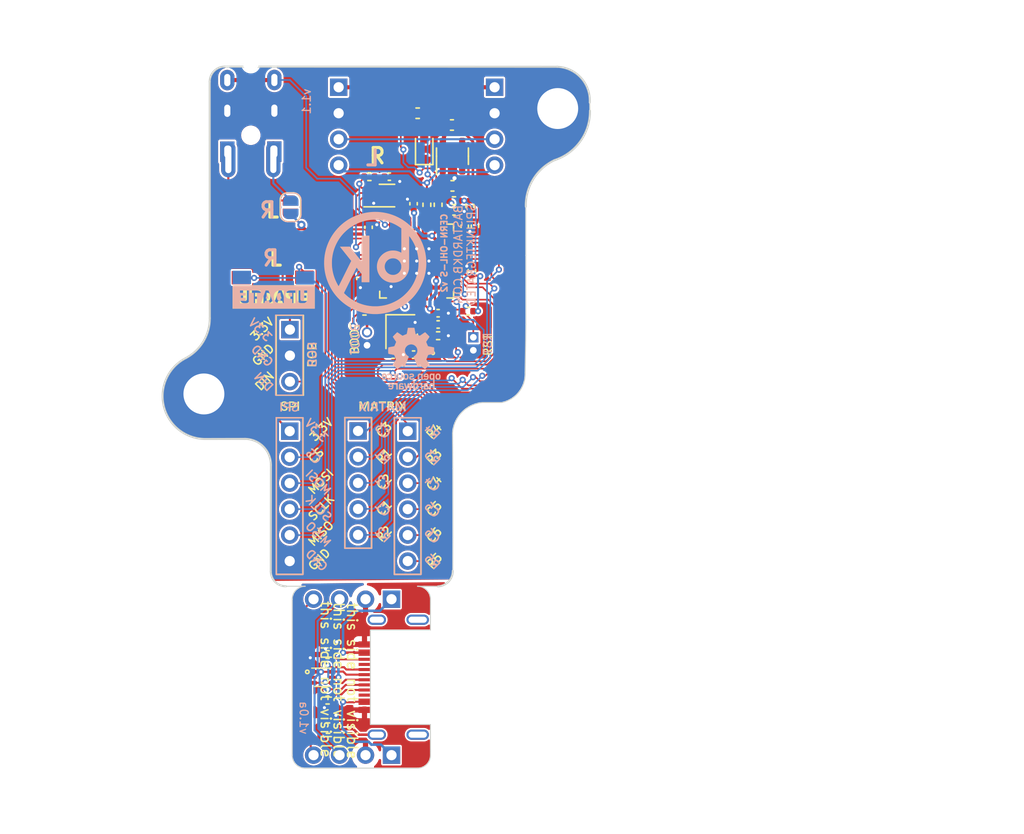
<source format=kicad_pcb>
(kicad_pcb (version 20221018) (generator pcbnew)
  (title_block (title "splinktegrated") (rev "2") (company "bastardkb"))
  (layers (0 "F.Cu" signal) (31 "B.Cu" signal) (34 "B.Paste" user) (35 "F.Paste" user) (36 "B.SilkS" user "B.Silkscreen") (37 "F.SilkS" user "F.Silkscreen") (38 "B.Mask" user) (39 "F.Mask" user) (44 "Edge.Cuts" user))
  (net 0 "")
  (net 1 "+5V")
  (net 2 "GND")
  (net 3 "+3V3")
  (net 4 "Net-(U1-XIN)")
  (net 5 "Net-(C4-Pad1)")
  (net 6 "+1V1")
  (net 7 "Net-(D1-K)")
  (net 8 "/LED")
  (net 9 "Net-(D2-A)")
  (net 10 "VBUS")
  (net 11 "Net-(J1-SHIELD)")
  (net 12 "Net-(J1-CC1)")
  (net 14 "/D-")
  (net 15 "/D+")
  (net 16 "Net-(J1-CC2)")
  (net 18 "Net-(J5-Pin_2)")
  (net 19 "serial_l")
  (net 20 "miso_l")
  (net 21 "sc_l")
  (net 22 "mosi_l")
  (net 23 "ss_l")
  (net 24 "row5_l")
  (net 25 "col6_l")
  (net 26 "col5_l")
  (net 27 "col4_l")
  (net 28 "row3_l")
  (net 29 "row4_l")
  (net 30 "rgb_r")
  (net 31 "row2_l")
  (net 32 "col1_l")
  (net 33 "col2_l")
  (net 34 "row1_l")
  (net 35 "col3_l")
  (net 36 "Net-(JP1-A)")
  (net 37 "/~{RESET}")
  (net 38 "split_hand_l")
  (net 39 "Net-(JP2-A)")
  (net 40 "/QSPI_~{CS}")
  (net 41 "Net-(U1-USB_DP)")
  (net 42 "Net-(U1-USB_DM)")
  (net 43 "Net-(U1-XOUT)")
  (net 48 "/VBUS_DET")
  (net 49 "/QSPI_D3")
  (net 50 "/QSPI_SCLK")
  (net 51 "/QSPI_D0")
  (net 52 "/QSPI_D2")
  (net 53 "/QSPI_D1")
  (net 63 "/D+_daughter")
  (net 64 "/D-_daughter")
  (net 65 "/Vbus_daughter")
  (net 66 "/Gnd_daughter")
  (footprint "Capacitor_SMD:C_0402_1005Metric" (layer "F.Cu") (at 154.5 103.2)
    (fp_text reference "C14" hide)
    (fp_text value "100n")
  )
  (footprint "Capacitor_SMD:C_0402_1005Metric" (layer "F.Cu") (at 146.9 98.7 -90)
    (fp_text reference "C9" hide)
    (fp_text value "100n")
  )
  (footprint "drawings:PinHeader_1x02_P1.27mm_Vertical" (layer "F.Cu") (at 157.94 104.455)
    (fp_text reference "J13" hide)
    (fp_text value "Conn_01x02_Female")
  )
  (footprint "kibuzzard-61F01C84" (layer "F.Cu") (at 138.42 100.51)
    (fp_text reference "kibuzzard-61F01C84" hide)
    (fp_text value "G***" hide)
  )
  (footprint "kibuzzard-61F019CB" (layer "F.Cu") (at 142.144281 106.13105 90)
    (fp_text reference "kibuzzard-61F019CB" hide)
    (fp_text value "G***" hide)
  )
  (footprint "drawings:Jack_3.5mm_PJ320E_Horizontal_custom" (layer "F.Cu") (at 133.89 86.31)
    (fp_text reference "J11" hide)
    (fp_text value "Serial")
  )
  (footprint "Resistor_SMD:R_0402_1005Metric" (layer "F.Cu") (at 156.05 91.1 180)
    (fp_text reference "R10" hide)
    (fp_text value "5.1k")
  )
  (footprint "Library:6_PinHeader" (layer "F.Cu") (at 139.99 113.629999)
    (fp_text reference "J7" hide)
    (fp_text value "trackball")
  )
  (footprint "local-libraries:SolderJumper-2_P1.3mm_Open_RoundedPad1.0x1.5mm" (layer "F.Cu") (at 140.05 91.73 -90)
    (fp_text reference "JP2" hide)
    (fp_text value "Jumper_2_Open")
  )
  (footprint "Capacitor_SMD:C_0402_1005Metric" (layer "F.Cu") (at 158.1 93.6 -90)
    (fp_text reference "C5" hide)
    (fp_text value "1µ")
  )
  (footprint "Diode_SMD:D_SOD-323" (layer "F.Cu") (at 153.14 86.07 90)
    (fp_text reference "D2" hide)
    (fp_text value "B5817")
  )
  (footprint "Resistor_SMD:R_0402_1005Metric" (layer "F.Cu") (at 152.85 104.3 90)
    (fp_text reference "R8" hide)
    (fp_text value "1k")
  )
  (footprint "Package_TO_SOT_SMD:SOT-666" (layer "F.Cu") (at 143.233984 137.69236)
    (fp_text reference "U4" hide)
    (fp_text value "USBLC6-2P6")
  )
  (footprint "Package_TO_SOT_SMD:SOT-23-5" (layer "F.Cu") (at 155.9 86.75 90)
    (fp_text reference "U3" hide)
    (fp_text value "XC6210B332MR-G")
  )
  (footprint "Capacitor_SMD:C_0402_1005Metric" (layer "F.Cu") (at 147.7 93.7 90)
    (fp_text reference "C12" hide)
    (fp_text value "100n")
  )
  (footprint "Resistor_SMD:R_0402_1005Metric" (layer "F.Cu") (at 153.4 91.5 -90)
    (fp_text reference "R6" hide)
    (fp_text value "27")
  )
  (footprint "Library:6_PinHeader" (layer "F.Cu") (at 151.529684 113.629999)
    (fp_text reference "J8" hide)
    (fp_text value "Ribbon")
  )
  (footprint "Fuse:Fuse_0603_1608Metric" (layer "F.Cu") (at 152.5 82.55)
    (fp_text reference "F1" hide)
    (fp_text value "Polyfuse")
  )
  (footprint "Capacitor_SMD:C_0402_1005Metric" (layer "F.Cu") (at 157.8 97.95 90)
    (fp_text reference "C13" hide)
    (fp_text value "100n")
  )
  (footprint "Resistor_SMD:R_0402_1005Metric" (layer "F.Cu") (at 143.691975 135.46236 180)
    (fp_text reference "R5" hide)
    (fp_text value "5.1k")
  )
  (footprint "kibuzzard-61F01957" (layer "F.Cu") (at 140.01 111.18)
    (fp_text reference "kibuzzard-61F01957" hide)
    (fp_text value "G***" hide)
  )
  (footprint "drawings:PinHeader_1x04_P2.54mm_Vertical" (layer "F.Cu") (at 149.941975 130.05736 -90)
    (fp_text reference "J3" hide)
    (fp_text value "Conn_01x04_Female")
  )
  (footprint "Capacitor_SMD:C_0402_1005Metric" (layer "F.Cu") (at 154.5 102.1)
    (fp_text reference "C8" hide)
    (fp_text value "100n")
  )
  (footprint "kibuzzard-61F01940" (layer "F.Cu") (at 149.09 111.167597)
    (fp_text reference "kibuzzard-61F01940" hide)
    (fp_text value "G***" hide)
  )
  (footprint "0xLib_Package_DFN_QFN:USON-8-1EP_3x2mm_P0.5mm_EP0.25x1.65mm" (layer "F.Cu") (at 148.75 90.6)
    (fp_text reference "U2" hide)
    (fp_text value "GD25Q80CEIGR")
  )
  (footprint "drawings:PinHeader_1x04_P2.54mm_Vertical" (layer "F.Cu") (at 144.775 80.01)
    (fp_text reference "J4" hide)
    (fp_text value "Conn_01x04_Female")
  )
  (footprint "Resistor_SMD:R_0402_1005Metric" (layer "F.Cu") (at 143.691975 139.922276 180)
    (fp_text reference "R4" hide)
    (fp_text value "5.1k")
  )
  (footprint "Resistor_SMD:R_0402_1005Metric" (layer "F.Cu") (at 157.4 101.9)
    (fp_text reference "R2" hide)
    (fp_text value "10k")
  )
  (footprint "drawings:PinHeader_1x02_P1.27mm_Vertical" (layer "F.Cu") (at 147.55 105.235 180)
    (fp_text reference "J5" hide)
    (fp_text value "Conn_01x02")
  )
  (footprint "drawings:PinHeader_1x04_P2.54mm_Vertical" (layer "F.Cu") (at 149.941975 145.30236 -90)
    (fp_text reference "J2" hide)
    (fp_text value "Conn_01x04_Female")
  )
  (footprint "Capacitor_SMD:C_0402_1005Metric" (layer "F.Cu") (at 157.1 93.6 -90)
    (fp_text reference "C11" hide)
    (fp_text value "100n")
  )
  (footprint "Resistor_SMD:R_0402_1005Metric" (layer "F.Cu") (at 157.6 91.61 90)
    (fp_text reference "R11" hide)
    (fp_text value "10k")
  )
  (footprint "Crystal:Crystal_SMD_2520-4Pin_2.5x2.0mm" (layer "F.Cu") (at 150.8 103.9 -90)
    (fp_text reference "Y1" hide)
    (fp_text value "Crystal_GND24")
  )
  (footprint "drawings:PinHeader_1x04_P2.54mm_Vertical" (layer "F.Cu") (at 160.02 80.01)
    (fp_text reference "J12" hide)
    (fp_text value "Conn_01x04_Female")
  )
  (footprint "Capacitor_SMD:C_0402_1005Metric" (layer "F.Cu") (at 149.73 88.75)
    (fp_text reference "C10" hide)
    (fp_text value "100n")
  )
  (footprint "Capacitor_SMD:C_0402_1005Metric" (layer "F.Cu") (at 152.1 106.15 180)
    (fp_text reference "C4" hide)
    (fp_text value "15p")
  )
  (footprint "" (layer "F.Cu") (at 131.60262 109.99266)
    (fp_text reference "")
    (fp_text value "")
  )
  (footprint "drawings:GT-USB-7014C" (layer "F.Cu") (at 154.601975 137.68236 90)
    (fp_text reference "J1" hide)
    (fp_text value "USB_C_Receptacle_USB2.0")
    (fp_line (start -4.625 -6.725) (end 4.615 -6.725) (stroke (width 0.1)) (layer "Edge.Cuts"))
  )
  (footprint "Resistor_SMD:R_0402_1005Metric" (layer "F.Cu") (at 154.5 91.5 -90)
    (fp_text reference "R7" hide)
    (fp_text value "27")
  )
  (footprint "Inductor_SMD:L_0603_1608Metric" (layer "F.Cu") (at 143.731975 142.66236)
    (fp_text reference "FB1" hide)
    (fp_text value "FerriteBead_Small")
  )
  (footprint "Resistor_SMD:R_0402_1005Metric" (layer "F.Cu") (at 154.5 104.3 180)
    (fp_text reference "R1" hide)
    (fp_text value "1k")
  )
  (footprint "Library:PushSwitch" (layer "F.Cu") (at 138.32 96.83 180)
    (fp_text reference "SW1" hide)
    (fp_text value "SW_SPST")
  )
  (footprint "LED_SMD:LED_0402_1005Metric" (layer "F.Cu") (at 154.5 105.4)
    (fp_text reference "D1" hide)
    (fp_text value "LED")
  )
  (footprint "Capacitor_SMD:C_0402_1005Metric" (layer "F.Cu") (at 156.05 92.15)
    (fp_text reference "C6" hide)
    (fp_text value "1µ")
  )
  (footprint "Capacitor_SMD:C_0603_1608Metric" (layer "F.Cu") (at 155.85 83.7)
    (fp_text reference "C2" hide)
    (fp_text value "1µ")
  )
  (footprint "Capacitor_SMD:C_0402_1005Metric" (layer "F.Cu") (at 152.1 91.4 90)
    (fp_text reference "C7" hide)
    (fp_text value "100n")
  )
  (footprint "Library:5_PinHeader" (layer "F.Cu") (at 146.672542 113.61)
    (fp_text reference "J10" hide)
    (fp_text value "Ribbon")
  )
  (footprint "Resistor_SMD:R_0402_1005Metric" (layer "F.Cu") (at 147.3 101.9 180)
    (fp_text reference "R3" hide)
    (fp_text value "1k")
  )
  (footprint "Resistor_SMD:R_0402_1005Metric" (layer "F.Cu") (at 147.78 88.75)
    (fp_text reference "R9" hide)
    (fp_text value "10k")
  )
  (footprint "Capacitor_SMD:C_0603_1608Metric" (layer "F.Cu") (at 155.9 89.65)
    (fp_text reference "C1" hide)
    (fp_text value "1µ")
  )
  (footprint "Capacitor_SMD:C_0402_1005Metric" (layer "F.Cu") (at 150.1 106.15)
    (fp_text reference "C3" hide)
    (fp_text value "15p")
  )
  (footprint "Library:header1x03" (layer "F.Cu") (at 140.01 103.705)
    (fp_text reference "J9" hide)
    (fp_text value "RGB")
  )
  (footprint "0xLib_Package_DFN_QFN:QFN-56-1EP_7x7mm_P0.4mm_EP3.2x3.2mm" (layer "F.Cu") (at 152.4 97)
    (fp_text reference "U1" hide)
    (fp_text value "RP2040")
  )
  (footprint "kibuzzard-61F01940" (layer "B.Cu") (at 149.02 111.247597 180)
    (fp_text reference "kibuzzard-61F01940" hide)
    (fp_text value "G***" hide)
  )
  (footprint "kibuzzard-61F019CB" (layer "B.Cu") (at 142.19 106.15 -90)
    (fp_text reference "kibuzzard-61F019CB" hide)
    (fp_text value "G***" hide)
  )
  (footprint "" (layer "B.Cu") (at 166.19 82.09266 180)
    (fp_text reference "")
    (fp_text value "")
  )
  (footprint "Library:PushSwitch" (layer "B.Cu") (at 138.41 96.85)
    (fp_text reference "SW2" hide)
    (fp_text value "SW_SPST")
  )
  (footprint "LOGO" (layer "B.Cu") (at 148.35 97.19 180)
    (fp_text reference "G***" hide)
    (fp_text value "LOGO" hide)
  )
  (footprint "kibuzzard-61F01957" (layer "B.Cu") (at 139.97 111.26 180)
    (fp_text reference "kibuzzard-61F01957" hide)
    (fp_text value "G***" hide)
  )
  (footprint "drawings:Jack_3.5mm_PJ320E_Horizontal_custom" (layer "B.Cu") (at 138.49 86.3 180)
    (fp_text reference "J6" hide)
    (fp_text value "Serial")
  )
  (footprint "local-libraries:SolderJumper-2_P1.3mm_Open_RoundedPad1.0x1.5mm" (layer "B.Cu") (at 140.1 91.75 -90)
    (fp_text reference "JP1" hide)
    (fp_text value "Jumper_2_Open")
  )
  (footprint "Symbol:OSHW-Logo_5.7x6mm_SilkScreen" (layer "B.Cu") (at 151.87 106.54 180)
    (fp_text reference "REF**" hide)
    (fp_text value "OSHW-Logo_5.7x6mm_SilkScreen" hide)
  )
  (footprint "kibuzzard-61F01C84" (layer "B.Cu") (at 138.42 100.51 180)
    (fp_text reference "kibuzzard-61F01C84" hide)
    (fp_text value "G***" hide)
  )
  (gr_circle (center 141.71 137.16) (end 141.84 137.05) (stroke (width 0.15)) (fill none) (layer "F.SilkS"))
  (gr_poly (pts (xy 148.95 92.95) (xy 148.7 92.45) (xy 149.2 92.45)) (stroke (width 0.15)) (fill solid) (layer "F.SilkS"))
  (gr_line (start 140.236975 130.062362) (end 140.236975 145.30236) (stroke (width 0.1)) (layer "Edge.Cuts"))
  (gr_line (start 153.746975 142.30736) (end 153.751974 145.302361) (stroke (width 0.1)) (layer "Edge.Cuts"))
  (gr_arc (start 163.070005 91.682466) (mid 163.801194 88.988153) (end 165.886951 87.132466) (stroke (width 0.2)) (layer "Edge.Cuts"))
  (gr_line (start 163.01 107.93) (end 163.081786 103.191633) (stroke (width 0.1)) (layer "Edge.Cuts"))
  (gr_line (start 138.142824 127.343393) (end 138.153949 116.926051) (stroke (width 0.2)) (layer "Edge.Cuts"))
  (gr_arc (start 163.01 107.93) (mid 162.391367 109.801429) (end 160.71 110.83) (stroke (width 0.1)) (layer "Edge.Cuts"))
  (gr_arc (start 135.613949 114.386051) (mid 137.41 115.13) (end 138.153949 116.926051) (stroke (width 0.2)) (layer "Edge.Cuts"))
  (gr_arc (start 155.91 113.83) (mid 156.814475 111.783319) (end 158.838866 110.83) (stroke (width 0.1)) (layer "Edge.Cuts"))
  (gr_line (start 160.71 110.83) (end 158.838866 110.83) (stroke (width 0.1)) (layer "Edge.Cuts"))
  (gr_arc (start 152.481974 128.792361) (mid 153.38 129.164335) (end 153.751974 130.062361) (stroke (width 0.1)) (layer "Edge.Cuts"))
  (gr_arc (start 132.181486 102.583749) (mid 131.553926 104.859213) (end 129.841486 106.483749) (stroke (width 0.2)) (layer "Edge.Cuts"))
  (gr_arc (start 169.340942 82.31) (mid 168.404986 85.287799) (end 165.886951 87.132466) (stroke (width 0.2)) (layer "Edge.Cuts"))
  (gr_arc (start 140.236975 130.062362) (mid 140.608949 129.164336) (end 141.506975 128.792362) (stroke (width 0.1)) (layer "Edge.Cuts"))
  (gr_arc (start 132.171486 79.463749) (mid 132.594912 78.431278) (end 133.621486 77.993749) (stroke (width 0.2)) (layer "Edge.Cuts"))
  (gr_line (start 166.145648 78.01) (end 133.621486 77.993749) (stroke (width 0.2)) (layer "Edge.Cuts"))
  (gr_line (start 153.746975 133.06736) (end 153.751974 130.062361) (stroke (width 0.1)) (layer "Edge.Cuts"))
  (gr_arc (start 131.783471 114.395074) (mid 127.68637 111.206774) (end 129.841486 106.483749) (stroke (width 0.2)) (layer "Edge.Cuts"))
  (gr_arc (start 155.93335 127.287233) (mid 155.513578 128.338466) (end 154.48 128.8) (stroke (width 0.2)) (layer "Edge.Cuts"))
  (gr_line (start 155.948072 124.034991) (end 155.936291 117.285003) (stroke (width 0.1)) (layer "Edge.Cuts"))
  (gr_line (start 155.948072 124.034991) (end 155.93335 127.287233) (stroke (width 0.1)) (layer "Edge.Cuts"))
  (gr_line (start 154.48 128.8) (end 152.481974 128.792361) (stroke (width 0.1)) (layer "Edge.Cuts"))
  (gr_line (start 139.615358 128.792362) (end 141.506975 128.792362) (stroke (width 0.1)) (layer "Edge.Cuts"))
  (gr_line (start 155.936291 117.285003) (end 155.91 113.83) (stroke (width 0.1)) (layer "Edge.Cuts"))
  (gr_line (start 163.070005 96.441645) (end 163.070005 91.682466) (stroke (width 0.1)) (layer "Edge.Cuts"))
  (gr_arc (start 166.145648 78.01) (mid 168.466188 79.091356) (end 169.320602 81.504697) (stroke (width 0.2)) (layer "Edge.Cuts"))
  (gr_arc (start 139.615358 128.792362) (mid 138.578483 128.373374) (end 138.142824 127.343393) (stroke (width 0.2)) (layer "Edge.Cuts"))
  (gr_line (start 131.783471 114.395074) (end 135.613949 114.386051) (stroke (width 0.2)) (layer "Edge.Cuts"))
  (gr_line (start 163.070005 96.441645) (end 163.081786 103.191633) (stroke (width 0.1)) (layer "Edge.Cuts"))
  (gr_line (start 132.171486 79.463749) (end 132.181486 102.583749) (stroke (width 0.2)) (layer "Edge.Cuts"))
  (gr_arc (start 141.506975 146.57236) (mid 140.608949 146.200386) (end 140.236975 145.30236) (stroke (width 0.1)) (layer "Edge.Cuts"))
  (gr_line (start 147.876975 142.30736) (end 153.746975 142.30736) (stroke (width 0.1)) (layer "Edge.Cuts"))
  (gr_line (start 169.320602 81.504697) (end 169.340942 82.31) (stroke (width 0.1)) (layer "Edge.Cuts"))
  (gr_arc (start 153.751974 145.302361) (mid 153.38 146.200387) (end 152.481974 146.572361) (stroke (width 0.1)) (layer "Edge.Cuts"))
  (gr_line (start 152.481974 146.572361) (end 141.506975 146.57236) (stroke (width 0.1)) (layer "Edge.Cuts"))
  (gr_line (start 153.746975 133.06736) (end 147.876975 133.06736) (stroke (width 0.1)) (layer "Edge.Cuts"))
  (gr_text "BOOT" (at 146.41 104.64 90) (layer "B.SilkS") (effects (font (size 0.8 0.8) (thickness 0.12)) (justify mirror)))
  (gr_text "3.3V" (at 137.1 103.73 315) (layer "B.SilkS") (effects (font (size 0.8 0.8)) (justify mirror)))
  (gr_text "C2" (at 149.07 118.68 -45) (layer "B.SilkS") (effects (font (size 0.8 0.8)) (justify mirror)))
  (gr_text "C1" (at 149.07 121.22 -45) (layer "B.SilkS") (effects (font (size 0.8 0.8)) (justify mirror)))
  (gr_text "R4" (at 153.9138 113.700002 315) (layer "B.SilkS") (effects (font (size 0.8 0.8)) (justify mirror)))
  (gr_text "C6" (at 153.9138 123.860002 315) (layer "B.SilkS") (effects (font (size 0.8 0.8)) (justify mirror)))
  (gr_text "MISO" (at 142.77 123.719999 -45) (layer "B.SilkS") (effects (font (size 0.8 0.8)) (justify mirror)))
  (gr_text "R1" (at 149.07 116.14 -45) (layer "B.SilkS") (effects (font (size 0.8 0.8)) (justify mirror)))
  (gr_text "v1.1" (at 141.64 81.4 90) (layer "B.SilkS") (effects (font (size 0.8 0.8) (thickness 0.12)) (justify mirror)))
  (gr_text "C4" (at 153.9138 118.780002 315) (layer "B.SilkS") (effects (font (size 0.8 0.8)) (justify mirror)))
  (gr_text "DIN" (at 137.43797 108.81 -45) (layer "B.SilkS") (effects (font (size 0.8 0.8)) (justify mirror)))
  (gr_text "R3" (at 153.9138 116.240002 315) (layer "B.SilkS") (effects (font (size 0.8 0.8)) (justify mirror)))
  (gr_text "L" (at 148.9 87.8) (layer "B.SilkS") (effects (font (size 1.5 1.5) (thickness 0.3) bold) (justify left bottom mirror)))
  (gr_text "v1.0a" (at 141.371975 141.65236 -90) (layer "B.SilkS") (effects (font (size 0.8 0.8) (thickness 0.12)) (justify mirror)))
  (gr_text "BASTARDKB.COM" (at 156.47 96.37 90) (layer "B.SilkS") (effects (font (size 0.8 0.8) (thickness 0.12)) (justify mirror)))
  (gr_text "R" (at 139.1 97.6) (layer "B.SilkS") (effects (font (size 1.5 1.5) (thickness 0.3) bold) (justify left bottom mirror)))
  (gr_text "RST" (at 159.34 105.08 90) (layer "B.SilkS") (effects (font (size 0.8 0.8) (thickness 0.12)) (justify mirror)))
  (gr_text "GND" (at 142.608375 126.26 -45) (layer "B.SilkS") (effects (font (size 0.8 0.8)) (justify mirror)))
  (gr_text "CS" (at 142.298595 116.1 -45) (layer "B.SilkS") (effects (font (size 0.8 0.8)) (justify mirror)))
  (gr_text "SPLINKTEGRATED" (at 157.75 96.38 90) (layer "B.SilkS") (effects (font (size 0.8 0.8) (thickness 0.12)) (justify mirror)))
  (gr_text "C3" (at 149.07 113.6 -45) (layer "B.SilkS") (effects (font (size 0.8 0.8)) (justify mirror)))
  (gr_text "MOSI" (at 142.77 118.639999 -45) (layer "B.SilkS") (effects (font (size 0.8 0.8)) (justify mirror)))
  (gr_text "SCLK" (at 142.810406 121.179999 -45) (layer "B.SilkS") (effects (font (size 0.8 0.8)) (justify mirror)))
  (gr_text "R" (at 138.8 92.9) (layer "B.SilkS") (effects (font (size 1.5 1.5) (thickness 0.3) bold) (justify left bottom mirror)))
  (gr_text "GND" (at 137.289814 106.27 -45) (layer "B.SilkS") (effects (font (size 0.8 0.8)) (justify mirror)))
  (gr_text "3.3V" (at 142.6 113.56 315) (layer "B.SilkS") (effects (font (size 0.8 0.8)) (justify mirror)))
  (gr_text "R5" (at 153.9138 126.400002 315) (layer "B.SilkS") (effects (font (size 0.8 0.8)) (justify mirror)))
  (gr_text "C5" (at 153.9138 121.320002 315) (layer "B.SilkS") (effects (font (size 0.8 0.8)) (justify mirror)))
  (gr_text "R2" (at 149.07 123.76 -45) (layer "B.SilkS") (effects (font (size 0.8 0.8)) (justify mirror)))
  (gr_text "CERN-OHL-S v2" (at 155.09 96.22 90) (layer "B.SilkS") (effects (font (size 0.6 0.6)) (justify mirror)))
  (gr_text "C1" (at 149.2154 121.140001 45) (layer "F.SilkS") (effects (font (size 0.8 0.8))))
  (gr_text "CS" (at 142.578189 116.020001 45) (layer "F.SilkS") (effects (font (size 0.8 0.8))))
  (gr_text "GND" (at 142.887969 126.180001 45) (layer "F.SilkS") (effects (font (size 0.8 0.8))))
  (gr_text "MOSI" (at 143.049594 118.56 45) (layer "F.SilkS") (effects (font (size 0.8 0.8))))
  (gr_text "C3" (at 149.2154 113.520001 45) (layer "F.SilkS") (effects (font (size 0.8 0.8))))
  (gr_text "R5" (at 154.1354 126.314059 45) (layer "F.SilkS") (effects (font (size 0.8 0.8))))
  (gr_text "this side not visible" (at 146.1 138.05 270) (layer "F.SilkS") (effects (font (size 1 1))))
  (gr_text "this side not visible" (at 143.52 137.89 270) (layer "F.SilkS") (effects (font (size 1 1))))
  (gr_text "RST" (at 159.38 105.19 90) (layer "F.SilkS") (effects (font (size 0.8 0.8) (thickness 0.12))))
  (gr_text "BOOT" (at 146.34 104.6 90) (layer "F.SilkS") (effects (font (size 0.8 0.8) (thickness 0.12))))
  (gr_text "MISO" (at 143.049594 123.64 45) (layer "F.SilkS") (effects (font (size 0.8 0.8))))
  (gr_text "C2" (at 149.2154 118.600001 45) (layer "F.SilkS") (effects (font (size 0.8 0.8))))
  (gr_text "GND" (at 137.399814 106.189 45) (layer "F.SilkS") (effects (font (size 0.8 0.8))))
  (gr_text "L" (at 137.8 97.6) (layer "F.SilkS") (effects (font (size 1.5 1.5) (thickness 0.3) bold) (justify left bottom)))
  (gr_text "this side not visible" (at 144.78 137.98 270) (layer "F.SilkS") (effects (font (size 1 1))))
  (gr_text "R" (at 147.6 87.6) (layer "F.SilkS") (effects (font (size 1.5 1.5) (thickness 0.3) bold) (justify left bottom)))
  (gr_text "C4" (at 154.11 118.700001 45) (layer "F.SilkS") (effects (font (size 0.8 0.8))))
  (gr_text "SCLK" (at 143.09 121.1 45) (layer "F.SilkS") (effects (font (size 0.8 0.8))))
  (gr_text "R1" (at 149.2154 116.060001 45) (layer "F.SilkS") (effects (font (size 0.8 0.8))))
  (gr_text "L" (at 137.5 92.9) (layer "F.SilkS") (effects (font (size 1.5 1.5) (thickness 0.3) bold) (justify left bottom)))
  (gr_text "3.3V" (at 143.1 113.480001 45) (layer "F.SilkS") (effects (font (size 0.8 0.8))))
  (gr_text "3.3V" (at 137.3 103.66 45) (layer "F.SilkS") (effects (font (size 0.8 0.8))))
  (gr_text "R4" (at 154.11 113.620001 45) (layer "F.SilkS") (effects (font (size 0.8 0.8))))
  (gr_text "R3" (at 154.11 116.160001 45) (layer "F.SilkS") (effects (font (size 0.8 0.8))))
  (gr_text "DIN" (at 137.54797 108.74 45) (layer "F.SilkS") (effects (font (size 0.8 0.8))))
  (gr_text "C5" (at 154.11 121.240001 45) (layer "F.SilkS") (effects (font (size 0.8 0.8))))
  (gr_text "C6" (at 154.11 123.780001 45) (layer "F.SilkS") (effects (font (size 0.8 0.8))))
  (gr_text "R2" (at 149.2154 123.680001 45) (layer "F.SilkS") (effects (font (size 0.8 0.8))))
  (segment (start 155.3 87) (end 155.55 86.75) (width 0.4) (layer "F.Cu") (net 1))
  (segment (start 155.3 87) (end 153.8 87) (width 0.4) (layer "F.Cu") (net 1))
  (segment (start 154.95 87.35) (end 155.3 87) (width 0.4) (layer "F.Cu") (net 1))
  (segment (start 153.26 87) (end 153.14 87.12) (width 0.4) (layer "F.Cu") (net 1))
  (segment (start 154.95 87.8875) (end 154.95 89.475) (width 0.4) (layer "F.Cu") (net 1))
  (segment (start 154.95 87.8875) (end 154.95 87.35) (width 0.4) (layer "F.Cu") (net 1))
  (segment (start 156.85 87.35) (end 156.85 87.8875) (width 0.4) (layer "F.Cu") (net 1))
  (segment (start 153.8 87) (end 153.26 87) (width 0.4) (layer "F.Cu") (net 1))
  (segment (start 156.25 86.75) (end 156.85 87.35) (width 0.4) (layer "F.Cu") (net 1))
  (segment (start 155.55 86.75) (end 156.25 86.75) (width 0.4) (layer "F.Cu") (net 1))
  (segment (start 154.95 89.475) (end 155.125 89.65) (width 0.4) (layer "F.Cu") (net 1))
  (segment (start 153.8 87) (end 153.337164 87.462836) (width 0.4) (layer "F.Cu") (net 1))
  (segment (start 155.9 87.8875) (end 155.9 88.7) (width 0.2) (layer "F.Cu") (net 2))
  (segment (start 155.5 102.1) (end 154.98 102.1) (width 0.4) (layer "F.Cu") (net 2))
  (segment (start 155.9 88.7) (end 156.1 88.9) (width 0.2) (layer "F.Cu") (net 2))
  (segment (start 151.5 90.95) (end 152.07 91) (width 0.25) (layer "F.Cu") (net 2))
  (segment (start 147.72 93.22) (end 147.7 93.22) (width 0.25) (layer "F.Cu") (net 2))
  (segment (start 150.58 106.15) (end 150.58 106.105) (width 0.25) (layer "F.Cu") (net 2))
  (segment (start 138.48 82.31) (end 138.49 82.3) (width 0.4) (layer "F.Cu") (net 2))
  (segment (start 152.07 91) (end 152.1 90.97) (width 0.25) (layer "F.Cu") (net 2))
  (segment (start 150.25 104.925) (end 150.1 104.775) (width 0.25) (layer "F.Cu") (net 2))
  (segment (start 152.25 103) (end 151.525 103) (width 0.4) (layer "F.Cu") (net 2))
  (segment (start 148.5 93.45) (end 148 93.45) (width 0.25) (layer "F.Cu") (net 2))
  (segment (start 151.194775 99.70048) (end 151.4 99.905705) (width 0.2) (layer "F.Cu") (net 2))
  (segment (start 157.08 92.12) (end 157.05 92.15) (width 0.16) (layer "F.Cu") (net 2))
  (segment (start 151.525 103) (end 151.5 103.025) (width 0.4) (layer "F.Cu") (net 2))
  (segment (start 155.5 104.3) (end 155.01 104.3) (width 0.25) (layer "F.Cu") (net 2))
  (segment (start 150.28 88.75) (end 150.75 89.22) (width 0.25) (layer "F.Cu") (net 2))
  (segment (start 157.6 92.12) (end 157.08 92.12) (width 0.16) (layer "F.Cu") (net 2))
  (segment (start 151.5 103.025) (end 150.1 104.775) (width 0.4) (layer "F.Cu") (net 2))
  (segment (start 147.45 91.35) (end 148.75 91.35) (width 0.25) (layer "F.Cu") (net 2))
  (segment (start 151.1 106.15) (end 151.62 106.15) (width 0.4) (layer "F.Cu") (net 2))
  (segment (start 150.58 106.105) (end 150.25 105.775) (width 0.25) (layer "F.Cu") (net 2))
  (segment (start 157.62 94.08) (end 157.6 94.1) (width 0.25) (layer "F.Cu") (net 2))
  (segment (start 154.98 103.2) (end 154.98 104.27) (width 0.25) (layer "F.Cu") (net 2))
  (segment (start 148 93.45) (end 147.72 93.22) (width 0.25) (layer "F.Cu") (net 2))
  (segment (start 150.25 105.775) (end 150.25 104.925) (width 0.25) (layer "F.Cu") (net 2))
  (segment (start 156.675 89.475) (end 156.1 88.9) (width 0.2) (layer "F.Cu") (net 2))
  (segment (start 151.1 106.15) (end 150.58 106.15) (width 0.4) (layer "F.Cu") (net 2))
  (segment (start 154.98 102.1) (end 154.98 103.2) (width 0.25) (layer "F.Cu") (net 2))
  (segment (start 150.58 106.15) (end 151.62 106.15) (width 0.4) (layer "F.Cu") (net 2))
  (segment (start 158.1 94.08) (end 157.62 94.08) (width 0.25) (layer "F.Cu") (net 2))
  (segment (start 133.89 82.31) (end 138.48 82.31) (width 0.4) (layer "F.Cu") (net 2))
  (segment (start 146.9 99.28) (end 146.9 99.75) (width 0.25) (layer "F.Cu") (net 2))
  (segment (start 156.675 89.65) (end 156.675 89.475) (width 0.2) (layer "F.Cu") (net 2))
  (segment (start 157.1 94.08) (end 157.58 94.08) (width 0.25) (layer "F.Cu") (net 2))
  (segment (start 150.21 88.75) (end 150.28 88.75) (width 0.25) (layer "F.Cu") (net 2))
  (segment (start 157.58 94.08) (end 157.6 94.1) (width 0.25) (layer "F.Cu") (net 2))
  (segment (start 151.4 99.905705) (end 151.4 100.4375) (width 0.2) (layer "F.Cu") (net 2))
  (segment (start 150.10048 99.70048) (end 151.194775 99.70048) (width 0.2) (layer "F.Cu") (net 2))
  (segment (start 149.9 99.5) (end 150.10048 99.70048) (width 0.2) (layer "F.Cu") (net 2))
  (segment (start 148.75 91.35) (end 148.75 90.6) (width 0.25) (layer "F.Cu") (net 2))
  (via (at 155.5 104.3) (size 0.6) (drill 0.3) (layers "F.Cu" "B.Cu") (net 2))
  (via (at 157.3 97.5) (size 0.6) (drill 0.3) (layers "F.Cu" "B.Cu") (net 2))
  (via (at 157.6 94.1) (size 0.6) (drill 0.3) (layers "F.Cu" "B.Cu") (net 2))
  (via (at 152.4 95.8) (size 0.6) (drill 0.3) (layers "F.Cu" "B.Cu") (net 2))
  (via (at 151.1 106.15) (size 0.6) (drill 0.3) (layers "F.Cu" "B.Cu") (net 2))
  (via (at 153.6 98.2) (size 0.6) (drill 0.3) (layers "F.Cu" "B.Cu") (net 2))
  (via (at 152.25 103) (size 0.6) (drill 0.3) (layers "F.Cu" "B.Cu") (net 2))
  (via (at 156.1 88.9) (size 0.8) (drill 0.4) (layers "F.Cu" "B.Cu") (net 2))
  (via (at 148.2 91.35) (size 0.6) (drill 0.3) (layers "F.Cu" "B.Cu") (net 2))
  (via (at 152.4 98.2) (size 0.6) (drill 0.3) (layers "F.Cu" "B.Cu") (net 2))
  (via (at 155.5 102.1) (size 0.6) (drill 0.3) (layers "F.Cu" "B.Cu") (net 2))
  (via (at 153.6 95.8) (size 0.6) (drill 0.3) (layers "F.Cu" "B.Cu") (net 2))
  (via (at 150.75 89.22) (size 0.6) (drill 0.3) (layers "F.Cu" "B.Cu") (net 2))
  (via (at 151.2 97) (size 0.6) (drill 0.3) (layers "F.Cu" "B.Cu") (net 2))
  (via (at 151.2 98.2) (size 0.6) (drill 0.3) (layers "F.Cu" "B.Cu") (net 2))
  (via (at 151.2 95.8) (size 0.6) (drill 0.3) (layers "F.Cu" "B.Cu") (net 2))
  (via (at 148.5 93.45) (size 0.6) (drill 0.3) (layers "F.Cu" "B.Cu") (net 2))
  (via (at 149.9 99.5) (size 0.6) (drill 0.3) (layers "F.Cu" "B.Cu") (net 2))
  (via (at 153.6 97) (size 0.6) (drill 0.3) (layers "F.Cu" "B.Cu") (net 2))
  (via (at 152.4 97) (size 0.6) (drill 0.3) (layers "F.Cu" "B.Cu") (net 2))
  (via (at 146.9 99.6) (size 0.6) (drill 0.3) (layers "F.Cu" "B.Cu") (net 2))
  (via (at 151.5 90.95) (size 0.6) (drill 0.3) (layers "F.Cu" "B.Cu") (net 2))
  (via (at 157.05 92.15) (size 0.6) (drill 0.3) (layers "F.Cu" "B.Cu") (net 2))
  (segment (start 144.775 82.55) (end 160.02 82.55) (width 0.4) (layer "B.Cu") (net 2))
  (segment (start 139.99 113.629999) (end 138.1 111.739999) (width 0.2) (layer "F.Cu") (net 3))
  (segment (start 147.42 93.9) (end 147.7 94.18) (width 0.2) (layer "F.Cu") (net 3))
  (segment (start 157.9 85.328928) (end 157.146072 84.575) (width 0.25) (layer "F.Cu") (net 3))
  (segment (start 158.5 90.15) (end 157.9 89.55) (width 0.25) (layer "F.Cu") (net 3))
  (segment (start 149.75 89.85) (end 149.25 89.35) (width 0.25) (layer "F.Cu") (net 3))
  (segment (start 158.56 98.43) (end 158.61 98.48) (width 0.2) (layer "F.Cu") (net 3))
  (segment (start 153.35 102.53) (end 154.02 103.2) (width 0.2) (layer "F.Cu") (net 3))
  (segment (start 156.15 93.12) (end 157.1 93.12) (width 0.4) (layer "F.Cu") (net 3))
  (segment (start 157.8 98.43) (end 158.56 98.43) (width 0.2) (layer "F.Cu") (net 3))
  (segment (start 154.682503 92.982503) (end 154.982503 92.982503) (width 0.2) (layer "F.Cu") (net 3))
  (segment (start 155 93.5625) (end 155 93) (width 0.2) (layer "F.Cu") (net 3))
  (segment (start 155.8375 98) (end 155 98) (width 0.2) (layer "F.Cu") (net 3))
  (segment (start 141.57 93.9) (end 140.5 93.9) (width 0.2) (layer "F.Cu") (net 3))
  (segment (start 152.6 93.5625) (end 152.6 92.75) (width 0.2) (layer "F.Cu") (net 3))
  (segment (start 156.15 93.12) (end 156.15 94.4) (width 0.2) (layer "F.Cu") (net 3))
  (segment (start 155.375 84.575) (end 155.075 84.875) (width 0.25) (layer "F.Cu") (net 3))
  (segment (start 147.22 98) (end 146.9 98.32) (width 0.2) (layer "F.Cu") (net 3))
  (segment (start 140.5 93.9) (end 139.3 95.1) (width 0.2) (layer "F.Cu") (net 3))
  (segment (start 158.5 92.9) (end 158.5 90.15) (width 0.25) (layer "F.Cu") (net 3))
  (segment (start 148.29 88.75) (end 149.25 88.75) (width 0.25) (layer "F.Cu") (net 3))
  (segment (start 155.67 93.12) (end 155.532503 92.982503) (width 0.2) (layer "F.Cu") (net 3))
  (segment (start 155.075 83.7) (end 155.075 84.875) (width 0.4) (layer "F.Cu") (net 3))
  (segment (start 140.01 102.51) (end 140.01 103.705) (width 0.2) (layer "F.Cu") (net 3))
  (segment (start 155.075 84.875) (end 155.075 85.4875) (width 0.4) (layer "F.Cu") (net 3))
  (segment (start 152.78048 90.58048) (end 152.78048 92.53048) (width 0.2) (layer "F.Cu") (net 3))
  (segment (start 149.25 89.35) (end 149.25 88.75) (width 0.25) (layer "F.Cu") (net 3))
  (segment (start 158.1 93.12) (end 158.28 93.12) (width 0.25) (layer "F.Cu") (net 3))
  (segment (start 139.3 95.1) (end 139.3 101) (width 0.2) (layer "F.Cu") (net 3))
  (segment (start 155 93.5625) (end 155 94.4) (width 0.2) (layer "F.Cu") (net 3))
  (segment (start 147.92 94.4) (end 147.7 94.18) (width 0.2) (layer "F.Cu") (net 3))
  (segment (start 150.15 89.85) (end 149.75 89.85) (width 0.25) (layer "F.Cu") (net 3))
  (segment (start 141.135 93.465) (end 141.57 93.9) (width 0.2) (layer "F.Cu") (net 3))
  (segment (start 155 93) (end 154.982503 92.982503) (width 0.2) (layer "F.Cu") (net 3))
  (segment (start 158.28 93.12) (end 158.5 92.9) (width 0.25) (layer "F.Cu") (net 3))
  (segment (start 157.9 89.55) (end 157.9 85.328928) (width 0.25) (layer "F.Cu") (net 3))
  (segment (start 155 94.4) (end 155.8375 94.4) (width 0.2) (layer "F.Cu") (net 3))
  (segment (start 153 93.5625) (end 153 94.4) (width 0.2) (layer "F.Cu") (net 3))
  (segment (start 157.265 98.43) (end 157.8 98.43) (width 0.2) (layer "F.Cu") (net 3))
  (segment (start 154.6 93.5625) (end 154.6 94.4) (width 0.2) (layer "F.Cu") (net 3))
  (segment (start 152.78048 92.53048) (end 153 92.75) (width 0.2) (layer "F.Cu") (net 3))
  (segment (start 156.835 98) (end 157.265 98.43) (width 0.2) (layer "F.Cu") (net 3))
  (segment (start 151.2 89.85) (end 150.05 89.85) (width 0.25) (layer "F.Cu") (net 3))
  (segment (start 155.8375 98) (end 156.835 98) (width 0.2) (layer "F.Cu") (net 3))
  (segment (start 141.57 93.9) (end 147.42 93.9) (width 0.2) (layer "F.Cu") (net 3))
  (segment (start 156.15 93.12) (end 155.67 93.12) (width 0.2) (layer "F.Cu") (net 3))
  (segment (start 148.9625 98) (end 147.22 98) (width 0.2) (layer "F.Cu") (net 3))
  (segment (start 138.1 102.6) (end 139.3 101.4) (width 0.2) (layer "F.Cu") (net 3))
  (segment (start 139.3 101) (end 139.3 101.8) (width 0.2) (layer "F.Cu") (net 3))
  (segment (start 151.65 90.3) (end 151.2 89.85) (width 0.25) (layer "F.Cu") (net 3))
  (segment (start 155.075 85.4875) (end 154.95 85.6125) (width 0.4) (layer "F.Cu") (net 3))
  (segment (start 157.91 101.9) (end 158.4 101.9) (width 0.25) (layer "F.Cu") (net 3))
  (segment (start 148.9625 98) (end 150 98) (width 0.2) (layer "F.Cu") (net 3))
  (segment (start 152.6 92.75) (end 152.8 92.55) (width 0.2) (layer "F.Cu") (net 3))
  (segment (start 148.9625 94.4) (end 149.8 94.4) (width 0.2) (layer "F.Cu") (net 3))
  (segment (start 152.6 101.473919) (end 153.35 102.223919) (width 0.2) (layer "F.Cu") (net 3))
  (segment (start 154.6 93.5625) (end 154.6 93.065006) (width 0.2) (layer "F.Cu") (net 3))
  (segment (start 152.6 100.4375) (end 152.6 101.473919) (width 0.2) (layer "F.Cu") (net 3))
  (segment (start 155.532503 92.982503) (end 154.982503 92.982503) (width 0.2) (layer "F.Cu") (net 3))
  (segment (start 152.5 90.3) (end 152.78048 90.58048) (width 0.2) (layer "F.Cu") (net 3))
  (segment (start 152.6 100.4375) (end 152.6 99.6) (width 0.2) (layer "F.Cu") (net 3))
  (segment (start 138.1 111.739999) (end 138.1 102.6) (width 0.2) (layer "F.Cu") (net 3))
  (segment (start 154.6 93.065006) (end 154.682503 92.982503) (width 0.2) (layer "F.Cu") (net 3))
  (segment (start 153.35 102.223919) (end 153.35 102.53) (width 0.2) (layer "F.Cu") (net 3))
  (segment (start 153 92.75) (end 153 93.5625) (width 0.2) (layer "F.Cu") (net 3))
  (segment (start 157.146072 84.575) (end 155.375 84.575) (width 0.25) (layer "F.Cu") (net 3))
  (segment (start 148.9625 94.4) (end 147.92 94.4) (width 0.2) (layer "F.Cu") (net 3))
  (segment (start 151.65 90.3) (end 152.5 90.3) (width 0.2) (layer "F.Cu") (net 3))
  (segment (start 158.1 93.12) (end 157.1 93.12) (width 0.4) (layer "F.Cu") (net 3))
  (segment (start 139.3 101.4) (end 139.3 101) (width 0.2) (layer "F.Cu") (net 3))
  (segment (start 152.78048 90.58048) (end 152.8 90.56096) (width 0.2) (layer "F.Cu") (net 3))
  (segment (start 139.3 101.8) (end 140.01 102.51) (width 0.2) (layer "F.Cu") (net 3))
  (segment (start 152.6 93.5625) (end 152.6 94.4) (width 0.2) (layer "F.Cu") (net 3))
  (segment (start 140.05 92.38) (end 141.135 93.465) (width 0.2) (layer "F.Cu") (net 3))
  (via (at 158.61 98.48) (size 0.6) (drill 0.3) (layers "F.Cu" "B.Cu") (net 3))
  (via (at 158.4 101.9) (size 0.6) (drill 0.3) (layers "F.Cu" "B.Cu") (net 3))
  (via (at 141.135 93.465) (size 0.8) (drill 0.4) (layers "F.Cu" "B.Cu") (net 3))
  (segment (start 158.61 98.48) (end 158.4 98.69) (width 0.2) (layer "B.Cu") (net 3))
  (segment (start 140.1 92.43) (end 141.135 93.465) (width 0.2) (layer "B.Cu") (net 3))
  (segment (start 158.4 98.69) (end 158.4 101.9) (width 0.2) (layer "B.Cu") (net 3))
  (segment (start 140.1 92.4) (end 140.1 92.43) (width 0.2) (layer "B.Cu") (net 3))
  (segment (start 150.95 102.1) (end 151.6 102.1) (width 0.16) (layer "F.Cu") (net 4))
  (segment (start 151.8 101.9) (end 151.8 100.4375) (width 0.16) (layer "F.Cu") (net 4))
  (segment (start 150.1 103.025) (end 150.1 102.95) (width 0.16) (layer "F.Cu") (net 4))
  (segment (start 150.1 103.025) (end 150.1 103.1) (width 0.16) (layer "F.Cu") (net 4))
  (segment (start 151.6 102.1) (end 151.8 101.9) (width 0.16) (layer "F.Cu") (net 4))
  (segment (start 150.1 102.95) (end 150.95 102.1) (width 0.16) (layer "F.Cu") (net 4))
  (segment (start 149.25 103.95) (end 149.25 105.78) (width 0.16) (layer "F.Cu") (net 4))
  (segment (start 150.1 103.1) (end 149.25 103.95) (width 0.16) (layer "F.Cu") (net 4))
  (segment (start 149.25 105.78) (end 149.62 106.15) (width 0.16) (layer "F.Cu") (net 4))
  (segment (start 151.5 104.775) (end 152.58 106.15) (width 0.25) (layer "F.Cu") (net 5))
  (segment (start 152.9 104.81) (end 151.535 104.81) (width 0.2) (layer "F.Cu") (net 5))
  (segment (start 155.57 92.19) (end 155.57 92.15) (width 0.2) (layer "F.Cu") (net 6))
  (segment (start 153.55 101.65) (end 153 101.1) (width 0.2) (layer "F.Cu") (net 6))
  (segment (start 154.02 101.97) (end 154.02 102.1) (width 0.2) (layer "F.Cu") (net 6))
  (segment (start 154.35952 95) (end 154.35952 98.664564) (width 0.32) (layer "F.Cu") (net 6))
  (segment (start 154.2 94.24048) (end 153.9 94.54048) (width 0.2) (layer "F.Cu") (net 6))
  (segment (start 153.7 101.65) (end 154.02 101.97) (width 0.2) (layer "F.Cu") (net 6))
  (segment (start 155.18048 92.57952) (end 155.57 92.19) (width 0.2) (layer "F.Cu") (net 6))
  (segment (start 154.35952 98.89048) (end 154.35952 98.664564) (width 0.32) (layer "F.Cu") (net 6))
  (segment (start 154.2 93.5625) (end 154.2 94.24048) (width 0.2) (layer "F.Cu") (net 6))
  (segment (start 152.2 93.5625) (end 152.2 92.03) (width 0.2) (layer "F.Cu") (net 6))
  (segment (start 154.52048 92.57952) (end 155.18048 92.57952) (width 0.2) (layer "F.Cu") (net 6))
  (segment (start 153.7 101.65) (end 153.55 101.65) (width 0.2) (layer "F.Cu") (net 6))
  (segment (start 153 101.1) (end 153 100.4375) (width 0.2) (layer "F.Cu") (net 6))
  (segment (start 152.2 92.03) (end 152.1 91.93) (width 0.2) (layer "F.Cu") (net 6))
  (segment (start 154.3 98.95) (end 154.35952 98.89048) (width 0.32) (layer "F.Cu") (net 6))
  (segment (start 153.9 94.54048) (end 154.35952 95) (width 0.32) (layer "F.Cu") (net 6))
  (segment (start 154.2 93.5625) (end 154.2 92.9) (width 0.2) (layer "F.Cu") (net 6))
  (segment (start 154.2 92.9) (end 154.52048 92.57952) (width 0.2) (layer "F.Cu") (net 6))
  (via (at 153.9 94.54048) (size 0.6) (drill 0.3) (layers "F.Cu" "B.Cu") (net 6))
  (via (at 153.7 101.65) (size 0.6) (drill 0.3) (layers "F.Cu" "B.Cu") (net 6))
  (via (at 154.3 98.95) (size 0.6) (drill 0.3) (layers "F.Cu" "B.Cu") (net 6))
  (via (at 152.15 92.3) (size 0.6) (drill 0.3) (layers "F.Cu" "B.Cu") (net 6))
  (segment (start 153.7 101.65) (end 153.7 100.75) (width 0.32) (layer "B.Cu") (net 6))
  (segment (start 154.3 100.15) (end 154.3 98.95) (width 0.32) (layer "B.Cu") (net 6))
  (segment (start 153.04048 94.54048) (end 152.15 93.65) (width 0.3) (layer "B.Cu") (net 6))
  (segment (start 153.9 94.54048) (end 153.04048 94.54048) (width 0.3) (layer "B.Cu") (net 6))
  (segment (start 152.15 93.65) (end 152.15 92.3) (width 0.3) (layer "B.Cu") (net 6))
  (segment (start 153.7 100.75) (end 154.3 100.15) (width 0.32) (layer "B.Cu") (net 6))
  (segment (start 153.99 104.3) (end 153.99 105.375) (width 0.2) (layer "F.Cu") (net 7))
  (segment (start 154.985 105.4) (end 155.05 105.465) (width 0.16) (layer "F.Cu") (net 8))
  (segment (start 159.18439 106.8) (end 160.02288 105.96151) (width 0.16) (layer "F.Cu") (net 8))
  (segment (start 156.874242 100.774242) (end 156.35 100.25) (width 0.16) (layer "F.Cu") (net 8))
  (segment (start 155 100.25) (end 155 100.4375) (width 0.16) (layer "F.Cu") (net 8))
  (segment (start 160.02288 101.39288) (end 159.404242 100.774242) (width 0.16) (layer "F.Cu") (net 8))
  (segment (start 155.35 106.8) (end 159.18439 106.8) (width 0.16) (layer "F.Cu") (net 8))
  (segment (start 155.05 105.465) (end 155.05 106.5) (width 0.16) (layer "F.Cu") (net 8))
  (segment (start 160.02288 105.96151) (end 160.02288 101.39288) (width 0.16) (layer "F.Cu") (net 8))
  (segment (start 159.404242 100.774242) (end 156.874242 100.774242) (width 0.16) (layer "F.Cu") (net 8))
  (segment (start 155.05 106.5) (end 155.35 106.8) (width 0.16) (layer "F.Cu") (net 8))
  (segment (start 156.35 100.25) (end 155 100.25) (width 0.16) (layer "F.Cu") (net 8))
  (segment (start 153.2875 82.55) (end 153.2875 84.8725) (width 0.4) (layer "F.Cu") (net 9))
  (segment (start 153.2875 84.8725) (end 153.14 85.02) (width 0.4) (layer "F.Cu") (net 9))
  (segment (start 151.7125 80.9375) (end 152.64 80.01) (width 0.4) (layer "F.Cu") (net 10))
  (segment (start 150.85 85.85) (end 150.85 84.2) (width 0.16) (layer "F.Cu") (net 10))
  (segment (start 152.64 80.01) (end 144.775 80.01) (width 0.4) (layer "F.Cu") (net 10))
  (segment (start 153.5625 80.01) (end 152.64 80.01) (width 0.4) (layer "F.Cu") (net 10))
  (segment (start 151.7125 83.3375) (end 151.7125 82.55) (width 0.16) (layer "F.Cu") (net 10))
  (segment (start 152.690193 88.352371) (end 153.100208 87.942356) (width 0.16) (layer "F.Cu") (net 10))
  (segment (start 153.752356 87.942356) (end 154.30952 88.49952) (width 0.16) (layer "F.Cu") (net 10))
  (segment (start 154.30952 90.023019) (end 154.691021 90.40452) (width 0.16) (layer "F.Cu") (net 10))
  (segment (start 153.100208 87.942356) (end 153.752356 87.942356) (width 0.16) (layer "F.Cu") (net 10))
  (segment (start 154.691021 90.40452) (end 154.85199 90.40452) (width 0.16) (layer "F.Cu") (net 10))
  (segment (start 160.02 80.01) (end 159.70048 79.69048) (width 0.4) (layer "F.Cu") (net 10))
  (segment (start 155.793435 91.345966) (end 155.547469 91.1) (width 0.16) (layer "F.Cu") (net 10))
  (segment (start 151.7125 82.55) (end 151.7125 80.9375) (width 0.4) (layer "F.Cu") (net 10))
  (segment (start 151.1 86.1) (end 150.85 85.85) (width 0.16) (layer "F.Cu") (net 10))
  (segment (start 150.85 84.2) (end 151.7125 83.3375) (width 0.16) (layer "F.Cu") (net 10))
  (segment (start 154.85199 90.40452) (end 155.793435 91.345966) (width 0.16) (layer "F.Cu") (net 10))
  (segment (start 153.5625 80.01) (end 160.02 80.01) (width 0.4) (layer "F.Cu") (net 10))
  (segment (start 154.30952 88.49952) (end 154.30952 90.023019) (width 0.16) (layer "F.Cu") (net 10))
  (segment (start 155.547469 91.1) (end 155.54 91.1) (width 0.16) (layer "F.Cu") (net 10))
  (via (at 155.793435 91.345966) (size 0.6) (drill 0.3) (layers "F.Cu" "B.Cu") (net 10))
  (via (at 152.690193 88.352371) (size 0.6) (drill 0.3) (layers "F.Cu" "B.Cu") (net 10))
  (via (at 151.1 86.1) (size 0.6) (drill 0.3) (layers "F.Cu" "B.Cu") (net 10))
  (segment (start 152.188302 87.85048) (end 151.57048 87.85048) (width 0.16) (layer "B.Cu") (net 10))
  (segment (start 151.1 87.38) (end 151.1 86.1) (width 0.16) (layer "B.Cu") (net 10))
  (segment (start 152.690193 88.352371) (end 152.188302 87.85048) (width 0.16) (layer "B.Cu") (net 10))
  (segment (start 151.57048 87.85048) (end 151.1 87.38) (width 0.16) (layer "B.Cu") (net 10))
  (segment (start 146.759475 143.30236) (end 146.209475 142.75236) (width 0.25) (layer "F.Cu") (net 11))
  (segment (start 146.209475 142.75236) (end 144.609475 142.75236) (width 0.25) (layer "F.Cu") (net 11))
  (segment (start 144.609475 142.75236) (end 144.519475 142.66236) (width 0.25) (layer "F.Cu") (net 11))
  (segment (start 148.501975 143.30236) (end 146.759475 143.30236) (width 0.25) (layer "F.Cu") (net 11))
  (segment (start 145.060413 139.350798) (end 145.478851 138.93236) (width 0.2) (layer "F.Cu") (net 12))
  (segment (start 144.201975 139.65236) (end 144.503537 139.350798) (width 0.2) (layer "F.Cu") (net 12))
  (segment (start 144.201975 139.922276) (end 144.201975 139.65236) (width 0.2) (layer "F.Cu") (net 12))
  (segment (start 145.478851 138.93236) (end 147.301975 138.93236) (width 0.2) (layer "F.Cu") (net 12))
  (segment (start 144.503537 139.350798) (end 145.060413 139.350798) (width 0.2) (layer "F.Cu") (net 12))
  (segment (start 153.471521 88.521867) (end 153.95 89.000346) (width 0.16) (layer "F.Cu") (net 14))
  (segment (start 153.95 89.000346) (end 153.95 90.44) (width 0.16) (layer "F.Cu") (net 14))
  (segment (start 153.95 90.44) (end 154.5 90.99) (width 0.16) (layer "F.Cu") (net 14))
  (via (at 153.471521 88.521867) (size 0.6) (drill 0.3) (layers "F.Cu" "B.Cu") (net 14))
  (segment (start 154.75 85.1) (end 154.76 85.09) (width 0.2) (layer "B.Cu") (net 14))
  (segment (start 154.76 85.09) (end 160.02 85.09) (width 0.2) (layer "B.Cu") (net 14))
  (segment (start 153.471521 85.278479) (end 153.66 85.09) (width 0.16) (layer "B.Cu") (net 14))
  (segment (start 154.74 85.09) (end 153.66 85.09) (width 0.2) (layer "B.Cu") (net 14))
  (segment (start 154.770502 85.100502) (end 154.76 85.09) (width 0.2) (layer "B.Cu") (net 14))
  (segment (start 153.66 85.09) (end 153.26 85.09) (width 0.2) (layer "B.Cu") (net 14))
  (segment (start 153.26 85.09) (end 144.775 85.09) (width 0.2) (layer "B.Cu") (net 14))
  (segment (start 153.471521 88.521867) (end 153.471521 85.278479) (width 0.16) (layer "B.Cu") (net 14))
  (segment (start 154.770502 85.120502) (end 154.75 85.1) (width 0.2) (layer "B.Cu") (net 14))
  (segment (start 154.75 85.1) (end 154.74 85.09) (width 0.2) (layer "B.Cu") (net 14))
  (segment (start 153.4 89.3705) (end 153.4205 89.35) (width 0.2) (layer "F.Cu") (net 15))
  (segment (start 153.4 90.99) (end 153.4 89.3705) (width 0.2) (layer "F.Cu") (net 15))
  (via (at 153.4205 89.35) (size 0.6) (drill 0.3) (layers "F.Cu" "B.Cu") (net 15))
  (segment (start 156.489259 88.3) (end 156.389748 88.200489) (width 0.2) (layer "B.Cu") (net 15))
  (segment (start 153.4205 89.35) (end 152.84 89.35) (width 0.2) (layer "B.Cu") (net 15))
  (segment (start 154.570011 88.200489) (end 153.4205 89.35) (width 0.2) (layer "B.Cu") (net 15))
  (segment (start 159.35 88.3) (end 156.489259 88.3) (width 0.2) (layer "B.Cu") (net 15))
  (segment (start 152.84 89.35) (end 151.72 88.23) (width 0.2) (layer "B.Cu") (net 15))
  (segment (start 151.72 88.23) (end 145.375 88.23) (width 0.2) (layer "B.Cu") (net 15))
  (segment (start 156.389748 88.200489) (end 154.570011 88.200489) (width 0.2) (layer "B.Cu") (net 15))
  (segment (start 160.02 87.63) (end 159.35 88.3) (width 0.2) (layer "B.Cu") (net 15))
  (segment (start 145.375 88.23) (end 144.775 87.63) (width 0.2) (layer "B.Cu") (net 15))
  (segment (start 144.671975 135.93236) (end 147.301975 135.93236) (width 0.2) (layer "F.Cu") (net 16))
  (segment (start 144.201975 135.46236) (end 144.671975 135.93236) (width 0.2) (layer "F.Cu") (net 16))
  (segment (start 147.55 103.965) (end 147.55 102.16) (width 0.25) (layer "F.Cu") (net 18))
  (segment (start 147.55 102.16) (end 147.81 101.9) (width 0.25) (layer "F.Cu") (net 18))
  (segment (start 146.9 95.2) (end 148.9625 95.2) (width 0.16) (layer "F.Cu") (net 19))
  (segment (start 138.48 79.31) (end 138.49 79.3) (width 0.4) (layer "F.Cu") (net 19))
  (segment (start 146.47 95.64) (end 146.47 95.63) (width 0.16) (layer "F.Cu") (net 19))
  (segment (start 133.89 79.31) (end 138.48 79.31) (width 0.4) (layer "F.Cu") (net 19))
  (segment (start 146.47 95.63) (end 146.9 95.2) (width 0.16) (layer "F.Cu") (net 19))
  (via (at 146.47 95.64) (size 0.6) (drill 0.3) (layers "F.Cu" "B.Cu") (net 19))
  (segment (start 141.6 87.87) (end 141.6 80.89) (width 0.16) (layer "B.Cu") (net 19))
  (segment (start 146.47 90.52) (end 144.9 88.95) (width 0.16) (layer "B.Cu") (net 19))
  (segment (start 142.68 88.95) (end 141.6 87.87) (width 0.16) (layer "B.Cu") (net 19))
  (segment (start 141.6 80.89) (end 140.01 79.3) (width 0.16) (layer "B.Cu") (net 19))
  (segment (start 146.47 95.64) (end 146.47 90.52) (width 0.16) (layer "B.Cu") (net 19))
  (segment (start 140.01 79.3) (end 138.49 79.3) (width 0.16) (layer "B.Cu") (net 19))
  (segment (start 144.9 88.95) (end 142.68 88.95) (width 0.16) (layer "B.Cu") (net 19))
  (segment (start 149.1 107.12) (end 152.79 107.12) (width 0.16) (layer "F.Cu") (net 20))
  (segment (start 148.61 107.61) (end 149.1 107.12) (width 0.16) (layer "F.Cu") (net 20))
  (segment (start 152.79 107.12) (end 152.79813 107.12813) (width 0.16) (layer "F.Cu") (net 20))
  (segment (start 158.842889 99.560489) (end 157.310489 99.560489) (width 0.16) (layer "F.Cu") (net 20))
  (segment (start 150.498414 108.51288) (end 148.91288 108.51288) (width 0.16) (layer "F.Cu") (net 20))
  (segment (start 152.79813 107.12813) (end 159.30813 107.12813) (width 0.16) (layer "F.Cu") (net 20))
  (segment (start 148.91288 108.51288) (end 148.61 108.21) (width 0.16) (layer "F.Cu") (net 20))
  (segment (start 160.3424 101.06) (end 158.842889 99.560489) (width 0.16) (layer "F.Cu") (net 20))
  (segment (start 157.310489 99.560489) (end 156.55 98.8) (width 0.16) (layer "F.Cu") (net 20))
  (segment (start 156.55 98.8) (end 155.8375 98.8) (width 0.16) (layer "F.Cu") (net 20))
  (segment (start 159.30813 107.12813) (end 160.3424 106.09386) (width 0.16) (layer "F.Cu") (net 20))
  (segment (start 148.61 108.21) (end 148.61 107.61) (width 0.16) (layer "F.Cu") (net 20))
  (segment (start 160.3424 106.09386) (end 160.3424 101.06) (width 0.16) (layer "F.Cu") (net 20))
  (segment (start 150.745712 108.265582) (end 150.498414 108.51288) (width 0.16) (layer "F.Cu") (net 20))
  (via (at 150.745712 108.265582) (size 0.6) (drill 0.3) (layers "F.Cu" "B.Cu") (net 20))
  (segment (start 142.720001 123.789999) (end 144.10904 122.40096) (width 0.16) (layer "B.Cu") (net 20))
  (segment (start 150.225647 108.785647) (end 150.745712 108.265582) (width 0.16) (layer "B.Cu") (net 20))
  (segment (start 144.10904 108.76657) (end 144.83705 108.03856) (width 0.16) (layer "B.Cu") (net 20))
  (segment (start 149.595647 108.785647) (end 150.225647 108.785647) (width 0.16) (layer "B.Cu") (net 20))
  (segment (start 139.99 123.789999) (end 142.720001 123.789999) (width 0.16) (layer "B.Cu") (net 20))
  (segment (start 144.10904 122.40096) (end 144.10904 108.76657) (width 0.16) (layer "B.Cu") (net 20))
  (segment (start 148.84856 108.03856) (end 149.595647 108.785647) (width 0.16) (layer "B.Cu") (net 20))
  (segment (start 144.83705 108.03856) (end 148.84856 108.03856) (width 0.16) (layer "B.Cu") (net 20))
  (segment (start 156.720489 97.429511) (end 156.55 97.6) (width 0.16) (layer "F.Cu") (net 21))
  (segment (start 159.706645 97.316645) (end 159.19 96.8) (width 0.16) (layer "F.Cu") (net 21))
  (segment (start 160.66192 100.94808) (end 160.66192 99.43192) (width 0.16) (layer "F.Cu") (net 21))
  (segment (start 159.706645 98.473355) (end 159.706645 97.316645) (width 0.16) (layer "F.Cu") (net 21))
  (segment (start 157.180447 96.8) (end 156.720489 97.259958) (width 0.16) (layer "F.Cu") (net 21))
  (segment (start 160.65 100.96) (end 160.66192 100.94808) (width 0.16) (layer "F.Cu") (net 21))
  (segment (start 160.66192 99.43192) (end 159.84 98.61) (width 0.16) (layer "F.Cu") (net 21))
  (segment (start 150.06 107.93902) (end 150.47902 107.52) (width 0.16) (layer "F.Cu") (net 21))
  (segment (start 156.720489 97.259958) (end 156.720489 97.429511) (width 0.16) (layer "F.Cu") (net 21))
  (segment (start 160.66192 106.22621) (end 160.66192 100.97192) (width 0.16) (layer "F.Cu") (net 21))
  (segment (start 159.84 98.61) (end 159.84 98.60671) (width 0.16) (layer "F.Cu") (net 21))
  (segment (start 159.84 98.60671) (end 159.706645 98.473355) (width 0.16) (layer "F.Cu") (net 21))
  (segment (start 160.66192 100.97192) (end 160.65 100.96) (width 0.16) (layer "F.Cu") (net 21))
  (segment (start 156.55 97.6) (end 155.8375 97.6) (width 0.16) (layer "F.Cu") (net 21))
  (segment (start 150.47902 107.52) (end 159.36813 107.52) (width 0.16) (layer "F.Cu") (net 21))
  (segment (start 159.36813 107.52) (end 160.66192 106.22621) (width 0.16) (layer "F.Cu") (net 21))
  (segment (start 159.19 96.8) (end 157.180447 96.8) (width 0.16) (layer "F.Cu") (net 21))
  (via (at 150.06 107.93902) (size 0.6) (drill 0.3) (layers "F.Cu" "B.Cu") (net 21))
  (segment (start 143.78952 119.96048) (end 142.500001 121.249999) (width 0.16) (layer "B.Cu") (net 21))
  (segment (start 144.7047 107.71904) (end 143.78952 108.63422) (width 0.16) (layer "B.Cu") (net 21))
  (segment (start 142.500001 121.249999) (end 139.99 121.249999) (width 0.16) (layer "B.Cu") (net 21))
  (segment (start 143.78952 108.63422) (end 143.78952 119.96048) (width 0.16) (layer "B.Cu") (net 21))
  (segment (start 150.06 107.93902) (end 149.84002 107.71904) (width 0.16) (layer "B.Cu") (net 21))
  (segment (start 149.84002 107.71904) (end 144.7047 107.71904) (width 0.16) (layer "B.Cu") (net 21))
  (segment (start 160.44194 97.84) (end 160.44194 97.19237) (width 0.16) (layer "F.Cu") (net 22))
  (segment (start 160.44194 97.19237) (end 159.64957 96.4) (width 0.16) (layer "F.Cu") (net 22))
  (segment (start 159.64957 96.4) (end 157.125 96.4) (width 0.16) (layer "F.Cu") (net 22))
  (segment (start 157.125 96.4) (end 156.325 97.2) (width 0.16) (layer "F.Cu") (net 22))
  (segment (start 156.325 97.2) (end 155.8375 97.2) (width 0.16) (layer "F.Cu") (net 22))
  (via (at 160.44194 97.84) (size 0.6) (drill 0.3) (layers "F.Cu" "B.Cu") (net 22))
  (segment (start 143.47 117.58) (end 143.47 108.50187) (width 0.16) (layer "B.Cu") (net 22))
  (segment (start 159.28048 99.00146) (end 160.44194 97.84) (width 0.16) (layer "B.Cu") (net 22))
  (segment (start 143.47 108.50187) (end 144.57235 107.39952) (width 0.16) (layer "B.Cu") (net 22))
  (segment (start 158.22861 107.39952) (end 159.28048 106.34765) (width 0.16) (layer "B.Cu") (net 22))
  (segment (start 139.99 118.709999) (end 142.340001 118.709999) (width 0.16) (layer "B.Cu") (net 22))
  (segment (start 142.340001 118.709999) (end 143.47 117.58) (width 0.16) (layer "B.Cu") (net 22))
  (segment (start 159.28048 106.34765) (end 159.28048 99.00146) (width 0.16) (layer "B.Cu") (net 22))
  (segment (start 144.57235 107.39952) (end 158.22861 107.39952) (width 0.16) (layer "B.Cu") (net 22))
  (segment (start 156.3 101) (end 156.25 100.95) (width 0.16) (layer "F.Cu") (net 23))
  (segment (start 154.7 101.15) (end 154.6 101.05) (width 0.16) (layer "F.Cu") (net 23))
  (segment (start 155.2 101.15) (end 154.7 101.15) (width 0.16) (layer "F.Cu") (net 23))
  (segment (start 154.6 101.05) (end 154.6 100.4375) (width 0.16) (layer "F.Cu") (net 23))
  (segment (start 155.4 100.95) (end 155.2 101.15) (width 0.16) (layer "F.Cu") (net 23))
  (segment (start 156.25 100.95) (end 155.4 100.95) (width 0.16) (layer "F.Cu") (net 23))
  (via (at 156.3 101) (size 0.6) (drill 0.3) (layers "F.Cu" "B.Cu") (net 23))
  (segment (start 141.900001 116.169999) (end 143.15048 114.91952) (width 0.16) (layer "B.Cu") (net 23))
  (segment (start 156.57 102.34) (end 156.57 101.27) (width 0.16) (layer "B.Cu") (net 23))
  (segment (start 158.96096 106.2153) (end 158.96096 103.74096) (width 0.16) (layer "B.Cu") (net 23))
  (segment (start 158.96096 103.74096) (end 157.96 102.74) (width 0.16) (layer "B.Cu") (net 23))
  (segment (start 143.15048 108.369521) (end 144.44 107.08) (width 0.16) (layer "B.Cu") (net 23))
  (segment (start 157.96 102.74) (end 156.97 102.74) (width 0.16) (layer "B.Cu") (net 23))
  (segment (start 139.99 116.169999) (end 141.900001 116.169999) (width 0.16) (layer "B.Cu") (net 23))
  (segment (start 156.57 101.27) (end 156.3 101) (width 0.16) (layer "B.Cu") (net 23))
  (segment (start 143.15048 114.91952) (end 143.15048 108.369521) (width 0.16) (layer "B.Cu") (net 23))
  (segment (start 156.97 102.74) (end 156.57 102.34) (width 0.16) (layer "B.Cu") (net 23))
  (segment (start 158.09626 107.08) (end 158.96096 106.2153) (width 0.16) (layer "B.Cu") (net 23))
  (segment (start 144.44 107.08) (end 158.09626 107.08) (width 0.16) (layer "B.Cu") (net 23))
  (segment (start 145.59614 108.8324) (end 145.0676 108.30386) (width 0.16) (layer "F.Cu") (net 24))
  (segment (start 147.9 99.9) (end 147.9 99) (width 0.16) (layer "F.Cu") (net 24))
  (segment (start 153.130001 126.329999) (end 154.74808 124.71192) (width 0.16) (layer "F.Cu") (net 24))
  (segment (start 145.0676 108.30386) (end 145.0676 102.7324) (width 0.16) (layer "F.Cu") (net 24))
  (segment (start 153.25801 108.8324) (end 145.59614 108.8324) (width 0.16) (layer "F.Cu") (net 24))
  (segment (start 154.74808 124.71192) (end 154.74808 110.32247) (width 0.16) (layer "F.Cu") (net 24))
  (segment (start 148.1 98.8) (end 148.9625 98.8) (width 0.16) (layer "F.Cu") (net 24))
  (segment (start 145.0676 102.7324) (end 147.9 99.9) (width 0.16) (layer "F.Cu") (net 24))
  (segment (start 151.529684 126.329999) (end 153.130001 126.329999) (width 0.16) (layer "F.Cu") (net 24))
  (segment (start 147.9 99) (end 148.1 98.8) (width 0.16) (layer "F.Cu") (net 24))
  (segment (start 154.74808 110.32247) (end 153.25801 108.8324) (width 0.16) (layer "F.Cu") (net 24))
  (segment (start 147.55 98.7) (end 147.55 99.79813) (width 0.16) (layer "F.Cu") (net 25))
  (segment (start 147.85 98.4) (end 147.55 98.7) (width 0.16) (layer "F.Cu") (net 25))
  (segment (start 147.55 99.79813) (end 144.74808 102.60005) (width 0.16) (layer "F.Cu") (net 25))
  (segment (start 153.430001 123.789999) (end 151.529684 123.789999) (width 0.16) (layer "F.Cu") (net 25))
  (segment (start 148.9625 98.4) (end 147.85 98.4) (width 0.16) (layer "F.Cu") (net 25))
  (segment (start 144.74808 108.43621) (end 145.46379 109.15192) (width 0.16) (layer "F.Cu") (net 25))
  (segment (start 145.46379 109.15192) (end 153.12566 109.15192) (width 0.16) (layer "F.Cu") (net 25))
  (segment (start 153.12566 109.15192) (end 154.42856 110.45482) (width 0.16) (layer "F.Cu") (net 25))
  (segment (start 144.74808 102.60005) (end 144.74808 108.43621) (width 0.16) (layer "F.Cu") (net 25))
  (segment (start 154.42856 110.45482) (end 154.42856 122.79144) (width 0.16) (layer "F.Cu") (net 25))
  (segment (start 154.42856 122.79144) (end 153.430001 123.789999) (width 0.16) (layer "F.Cu") (net 25))
  (segment (start 151.529684 121.249999) (end 153.110001 121.249999) (width 0.16) (layer "F.Cu") (net 26))
  (segment (start 154.10904 110.587171) (end 152.99331 109.47144) (width 0.16) (layer "F.Cu") (net 26))
  (segment (start 144.42856 108.58) (end 144.42856 98.20331) (width 0.16) (layer "F.Cu") (net 26))
  (segment (start 153.110001 121.249999) (end 154.10904 120.25096) (width 0.16) (layer "F.Cu") (net 26))
  (segment (start 145.32 109.47144) (end 144.42856 108.58) (width 0.16) (layer "F.Cu") (net 26))
  (segment (start 154.10904 120.25096) (end 154.10904 110.587171) (width 0.16) (layer "F.Cu") (net 26))
  (segment (start 152.99331 109.47144) (end 145.32 109.47144) (width 0.16) (layer "F.Cu") (net 26))
  (segment (start 144.42856 98.20331) (end 145.03187 97.6) (width 0.16) (layer "F.Cu") (net 26))
  (segment (start 145.03187 97.6) (end 148.9625 97.6) (width 0.16) (layer "F.Cu") (net 26))
  (segment (start 144.10904 98.07096) (end 144.98 97.2) (width 0.16) (layer "F.Cu") (net 27))
  (segment (start 152.820001 118.709999) (end 153.78952 117.74048) (width 0.16) (layer "F.Cu") (net 27))
  (segment (start 144.10904 108.7253) (end 144.10904 98.07096) (width 0.16) (layer "F.Cu") (net 27))
  (segment (start 145.1747 109.79096) (end 144.10904 108.7253) (width 0.16) (layer "F.Cu") (net 27))
  (segment (start 152.86096 109.79096) (end 145.1747 109.79096) (width 0.16) (layer "F.Cu") (net 27))
  (segment (start 151.529684 118.709999) (end 152.820001 118.709999) (width 0.16) (layer "F.Cu") (net 27))
  (segment (start 153.78952 110.71952) (end 152.86096 109.79096) (width 0.16) (layer "F.Cu") (net 27))
  (segment (start 144.98 97.2) (end 148.9625 97.2) (width 0.16) (layer "F.Cu") (net 27))
  (segment (start 153.78952 117.74048) (end 153.78952 110.71952) (width 0.16) (layer "F.Cu") (net 27))
  (segment (start 153.47 110.91) (end 152.67048 110.11048) (width 0.16) (layer "F.Cu") (net 28))
  (segment (start 152.390001 116.169999) (end 153.47 115.09) (width 0.16) (layer "F.Cu") (net 28))
  (segment (start 145.04235 110.11048) (end 143.78952 108.857649) (width 0.16) (layer "F.Cu") (net 28))
  (segment (start 151.529684 116.169999) (end 152.390001 116.169999) (width 0.16) (layer "F.Cu") (net 28))
  (segment (start 143.78952 97.93861) (end 144.92813 96.8) (width 0.16) (layer "F.Cu") (net 28))
  (segment (start 153.47 115.09) (end 153.47 110.91) (width 0.16) (layer "F.Cu") (net 28))
  (segment (start 144.92813 96.8) (end 148.9625 96.8) (width 0.16) (layer "F.Cu") (net 28))
  (segment (start 143.78952 108.857649) (end 143.78952 97.93861) (width 0.16) (layer "F.Cu") (net 28))
  (segment (start 152.67048 110.11048) (end 145.04235 110.11048) (width 0.16) (layer "F.Cu") (net 28))
  (segment (start 144.87626 96.4) (end 148.9625 96.4) (width 0.16) (layer "F.Cu") (net 29))
  (segment (start 151.529684 113.629999) (end 151.529684 112.939684) (width 0.16) (layer "F.Cu") (net 29))
  (segment (start 144.91 110.43) (end 143.47 108.989998) (width 0.16) (layer "F.Cu") (net 29))
  (segment (start 143.47 97.80626) (end 144.87626 96.4) (width 0.16) (layer "F.Cu") (net 29))
  (segment (start 149.02 110.43) (end 144.91 110.43) (width 0.16) (layer "F.Cu") (net 29))
  (segment (start 151.529684 112.939684) (end 149.02 110.43) (width 0.16) (layer "F.Cu") (net 29))
  (segment (start 143.47 108.989998) (end 143.47 97.80626) (width 0.16) (layer "F.Cu") (net 29))
  (segment (start 146.02439 94.8) (end 143.15048 97.67391) (width 0.16) (layer "F.Cu") (net 30))
  (segment (start 148.9625 94.8) (end 146.02439 94.8) (width 0.16) (layer "F.Cu") (net 30))
  (segment (start 141.655 108.785) (end 140.01 108.785) (width 0.16) (layer "F.Cu") (net 30))
  (segment (start 143.15048 97.67391) (end 143.15048 107.28952) (width 0.16) (layer "F.Cu") (net 30))
  (segment (start 143.15048 107.28952) (end 141.655 108.785) (width 0.16) (layer "F.Cu") (net 30))
  (segment (start 158.81445 108.21445) (end 159.12555 108.21445) (width 0.16) (layer "F.Cu") (net 31))
  (segment (start 159.12555 108.21445) (end 160.98144 106.35856) (width 0.16) (layer "F.Cu") (net 31))
  (segment (start 160.98144 96.93705) (end 160.04439 96) (width 0.16) (layer "F.Cu") (net 31))
  (segment (start 160.98144 106.35856) (end 160.98144 96.93705) (width 0.16) (layer "F.Cu") (net 31))
  (segment (start 160.04439 96) (end 155.8375 96) (width 0.16) (layer "F.Cu") (net 31))
  (via (at 158.81445 108.21445) (size 0.6) (drill 0.3) (layers "F.Cu" "B.Cu") (net 31))
  (segment (start 157.3989 109.63) (end 153.28187 109.63) (width 0.16) (layer "B.Cu") (net 31))
  (segment (start 153.28187 109.63) (end 149.95 112.96187) (width 0.16) (layer "B.Cu") (net 31))
  (segment (start 149.95 112.96187) (end 149.95 122.35) (width 0.16) (layer "B.Cu") (net 31))
  (segment (start 148.53 123.77) (end 146.672542 123.77) (width 0.16) (layer "B.Cu") (net 31))
  (segment (start 149.95 122.35) (end 148.53 123.77) (width 0.16) (layer "B.Cu") (net 31))
  (segment (start 158.81445 108.21445) (end 157.3989 109.63) (width 0.16) (layer "B.Cu") (net 31))
  (segment (start 160.09626 95.6) (end 155.8375 95.6) (width 0.16) (layer "F.Cu") (net 32))
  (segment (start 159.037909 108.753961) (end 161.30096 106.49091) (width 0.16) (layer "F.Cu") (net 32))
  (segment (start 161.30096 96.8047) (end 160.09626 95.6) (width 0.16) (layer "F.Cu") (net 32))
  (segment (start 157.912965 108.352965) (end 158.18998 108.352965) (width 0.16) (layer "F.Cu") (net 32))
  (segment (start 161.30096 106.49091) (end 161.30096 96.8047) (width 0.16) (layer "F.Cu") (net 32))
  (segment (start 158.18998 108.352965) (end 158.590976 108.753961) (width 0.16) (layer "F.Cu") (net 32))
  (segment (start 158.590976 108.753961) (end 159.037909 108.753961) (width 0.16) (layer "F.Cu") (net 32))
  (via (at 157.912965 108.352965) (size 0.6) (drill 0.3) (layers "F.Cu" "B.Cu") (net 32))
  (segment (start 153.14952 109.31048) (end 149.63048 112.82952) (width 0.16) (layer "B.Cu") (net 32))
  (segment (start 157.912965 108.352965) (end 156.95545 109.31048) (width 0.16) (layer "B.Cu") (net 32))
  (segment (start 156.95545 109.31048) (end 153.14952 109.31048) (width 0.16) (layer "B.Cu") (net 32))
  (segment (start 148.16 121.23) (end 146.672542 121.23) (width 0.16) (layer "B.Cu") (net 32))
  (segment (start 149.63048 112.82952) (end 149.63048 119.75952) (width 0.16) (layer "B.Cu") (net 32))
  (segment (start 149.63048 119.75952) (end 148.16 121.23) (width 0.16) (layer "B.Cu") (net 32))
  (segment (start 161.62048 96.67235) (end 161.62048 106.74952) (width 0.16) (layer "F.Cu") (net 33))
  (segment (start 160.14813 95.2) (end 161.62048 96.67235) (width 0.16) (layer "F.Cu") (net 33))
  (segment (start 161.62048 106.74952) (end 159.215 109.155) (width 0.16) (layer "F.Cu") (net 33))
  (segment (start 159.215 109.155) (end 157.445 109.155) (width 0.16) (layer "F.Cu") (net 33))
  (segment (start 157.445 109.155) (end 156.89648 108.60648) (width 0.16) (layer "F.Cu") (net 33))
  (segment (start 155.8375 95.2) (end 160.14813 95.2) (width 0.16) (layer "F.Cu") (net 33))
  (via (at 156.89648 108.60648) (size 0.6) (drill 0.3) (layers "F.Cu" "B.Cu") (net 33))
  (segment (start 156.512 108.99096) (end 153.017171 108.99096) (width 0.16) (layer "B.Cu") (net 33))
  (segment (start 149.31096 112.69717) (end 149.31096 117.53) (width 0.16) (layer "B.Cu") (net 33))
  (segment (start 156.89648 108.60648) (end 156.512 108.99096) (width 0.16) (layer "B.Cu") (net 33))
  (segment (start 153.017171 108.99096) (end 149.31096 112.69717) (width 0.16) (layer "B.Cu") (net 33))
  (segment (start 148.15096 118.69) (end 146.672542 118.69) (width 0.16) (layer "B.Cu") (net 33))
  (segment (start 149.31096 117.53) (end 148.15096 118.69) (width 0.16) (layer "B.Cu") (net 33))
  (segment (start 155.8375 94.8) (end 160.2 94.8) (width 0.16) (layer "F.Cu") (net 34))
  (segment (start 161.94 106.88187) (end 159.34735 109.47452) (width 0.16) (layer "F.Cu") (net 34))
  (segment (start 160.2 94.8) (end 161.94 96.54) (width 0.16) (layer "F.Cu") (net 34))
  (segment (start 159.34735 109.47452) (end 156.84306 109.47452) (width 0.16) (layer "F.Cu") (net 34))
  (segment (start 156.84306 109.47452) (end 155.82 108.45146) (width 0.16) (layer "F.Cu") (net 34))
  (segment (start 161.94 96.54) (end 161.94 106.88187) (width 0.16) (layer "F.Cu") (net 34))
  (via (at 155.82 108.45146) (size 0.6) (drill 0.3) (layers "F.Cu" "B.Cu") (net 34))
  (segment (start 148.99144 115.21) (end 148.05144 116.15) (width 0.16) (layer "B.Cu") (net 34))
  (segment (start 148.99144 112.564822) (end 148.99144 115.21) (width 0.16) (layer "B.Cu") (net 34))
  (segment (start 148.05144 116.15) (end 146.672542 116.15) (width 0.16) (layer "B.Cu") (net 34))
  (segment (start 152.884822 108.67144) (end 148.99144 112.564822) (width 0.16) (layer "B.Cu") (net 34))
  (segment (start 155.60002 108.67144) (end 152.884822 108.67144) (width 0.16) (layer "B.Cu") (net 34))
  (segment (start 155.82 108.45146) (end 155.60002 108.67144) (width 0.16) (layer "B.Cu") (net 34))
  (segment (start 159.99 99.68) (end 159.52 99.21) (width 0.16) (layer "F.Cu") (net 35))
  (segment (start 157.459139 99.21) (end 156.649139 98.4) (width 0.16) (layer "F.Cu") (net 35))
  (segment (start 156.649139 98.4) (end 155.8375 98.4) (width 0.16) (layer "F.Cu") (net 35))
  (segment (start 159.52 99.21) (end 157.459139 99.21) (width 0.16) (layer "F.Cu") (net 35))
  (via (at 159.99 99.68) (size 0.6) (drill 0.3) (layers "F.Cu" "B.Cu") (net 35))
  (segment (start 147.494392 113.61) (end 153.385352 107.71904) (width 0.16) (layer "B.Cu") (net 35))
  (segment (start 159.6 106.48) (end 159.6 100.07) (width 0.16) (layer "B.Cu") (net 35))
  (segment (start 153.385352 107.71904) (end 158.36096 107.71904) (width 0.16) (layer "B.Cu") (net 35))
  (segment (start 159.6 100.07) (end 159.99 99.68) (width 0.16) (layer "B.Cu") (net 35))
  (segment (start 158.36096 107.71904) (end 159.6 106.48) (width 0.16) (layer "B.Cu") (net 35))
  (segment (start 146.672542 113.61) (end 147.494392 113.61) (width 0.16) (layer "B.Cu") (net 35))
  (segment (start 140.1 91.1) (end 138.39 89.39) (width 0.2) (layer "B.Cu") (net 36))
  (segment (start 138.39 89.39) (end 138.39 87.05) (width 0.2) (layer "B.Cu") (net 36))
  (segment (start 156.9 101.91) (end 156.74 101.75) (width 0.16) (layer "F.Cu") (net 37))
  (segment (start 156.258515 102.531485) (end 156.89 101.9) (width 0.16) (layer "F.Cu") (net 37))
  (segment (start 156.89 101.9) (end 157.94 102.95) (width 0.16) (layer "F.Cu") (net 37))
  (segment (start 156.4305 105.91) (end 156.258515 105.738015) (width 0.16) (layer "F.Cu") (net 37))
  (segment (start 154.35 101.5) (end 154.2 101.35) (width 0.16) (layer "F.Cu") (net 37))
  (segment (start 157.2 101.4) (end 156.89 101.9) (width 0.25) (layer "F.Cu") (net 37))
  (segment (start 156.269553 101.75) (end 156.019553 101.5) (width 0.16) (layer "F.Cu") (net 37))
  (segment (start 136.49 98.63) (end 136.51 98.65) (width 0.16) (layer "F.Cu") (net 37))
  (segment (start 154.2 101.35) (end 154.2 100.4375) (width 0.16) (layer "F.Cu") (net 37))
  (segment (start 157.2 101.4) (end 156.9 101.91) (width 0.16) (layer "F.Cu") (net 37))
  (segment (start 157.94 102.95) (end 157.94 104.455) (width 0.16) (layer "F.Cu") (net 37))
  (segment (start 141.42 98.08) (end 140.91 97.57) (width 0.16) (layer "F.Cu") (net 37))
  (segment (start 156.258515 105.738015) (end 156.258515 102.531485) (width 0.16) (layer "F.Cu") (net 37))
  (segment (start 141.42 98.58) (end 141.42 98.08) (width 0.16) (layer "F.Cu") (net 37))
  (segment (start 156.74 101.75) (end 156.269553 101.75) (width 0.16) (layer "F.Cu") (net 37))
  (segment (start 156.019553 101.5) (end 154.35 101.5) (width 0.16) (layer "F.Cu") (net 37))
  (segment (start 135.22 98.63) (end 136.49 98.63) (width 0.16) (layer "F.Cu") (net 37))
  (via (at 156.4305 105.91) (size 0.6) (drill 0.3) (layers "F.Cu" "B.Cu") (net 37))
  (via (at 136.51 98.65) (size 0.6) (drill 0.3) (layers "F.Cu" "B.Cu") (net 37))
  (via (at 140.91 97.57) (size 0.6) (drill 0.3) (layers "F.Cu" "B.Cu") (net 37))
  (via (at 157.2 101.4) (size 0.6) (drill 0.3) (layers "F.Cu" "B.Cu") (net 37))
  (segment (start 156.04765 106.76048) (end 156.474065 106.334065) (width 0.16) (layer "B.Cu") (net 37))
  (segment (start 156.474065 106.334065) (end 156.474065 105.953565) (width 0.16) (layer "B.Cu") (net 37))
  (segment (start 135.36 98.65) (end 135.31 98.6) (width 0.16) (layer "B.Cu") (net 37))
  (segment (start 144.54048 106.76048) (end 156.04765 106.76048) (width 0.16) (layer "B.Cu") (net 37))
  (segment (start 140.91 98.05) (end 141.51 98.65) (width 0.16) (layer "B.Cu") (net 37))
  (segment (start 143.57 100.16) (end 143.57 105.79) (width 0.16) (layer "B.Cu") (net 37))
  (segment (start 156.474065 105.953565) (end 156.4305 105.91) (width 0.16) (layer "B.Cu") (net 37))
  (segment (start 143.57 105.79) (end 144.54048 106.76048) (width 0.16) (layer "B.Cu") (net 37))
  (segment (start 141.51 98.65) (end 136.51 98.65) (width 0.16) (layer "B.Cu") (net 37))
  (segment (start 141.51 98.65) (end 142.06 98.65) (width 0.16) (layer "B.Cu") (net 37))
  (segment (start 140.91 97.57) (end 140.91 98.05) (width 0.16) (layer "B.Cu") (net 37))
  (segment (start 136.51 98.65) (end 135.36 98.65) (width 0.16) (layer "B.Cu") (net 37))
  (segment (start 142.06 98.65) (end 143.57 100.16) (width 0.16) (layer "B.Cu") (net 37))
  (segment (start 151 101.2) (end 151.25 101.45) (width 0.16) (layer "F.Cu") (net 38))
  (segment (start 151 100.4375) (end 151 101.2) (width 0.16) (layer "F.Cu") (net 38))
  (via (at 151.25 101.45) (size 0.6) (drill 0.3) (layers "F.Cu" "B.Cu") (net 38))
  (segment (start 134.78 91.08) (end 133.99 90.29) (width 0.2) (layer "F.Cu") (net 39))
  (segment (start 133.99 90.29) (end 133.99 87.06) (width 0.2) (layer "F.Cu") (net 39))
  (segment (start 140.05 91.08) (end 134.78 91.08) (width 0.2) (layer "F.Cu") (net 39))
  (segment (start 147.27 88.75) (end 146.796318 89.45) (width 0.16) (layer "F.Cu") (net 40))
  (segment (start 146.79 101.98) (end 146.79 101.9) (width 0.16) (layer "F.Cu") (net 40))
  (segment (start 146.18 103.32) (end 146.18 102.59) (width 0.16) (layer "F.Cu") (net 40))
  (segment (start 149.3 93.45) (end 149.8 93.45) (width 0.16) (layer "F.Cu") (net 40))
  (segment (start 146.18 102.59) (end 146.79 101.98) (width 0.16) (layer "F.Cu") (net 40))
  (segment (start 146.998159 89.85) (end 146.796318 89.45) (width 0.16) (layer "F.Cu") (net 40))
  (segment (start 149.8 93.45) (end 149.8 93.5625) (width 0.16) (layer "F.Cu") (net 40))
  (segment (start 147.45 89.85) (end 146.998159 89.85) (width 0.16) (layer "F.Cu") (net 40))
  (via (at 146.18 103.32) (size 0.6) (drill 0.3) (layers "F.Cu" "B.Cu") (net 40))
  (via (at 149.3 93.45) (size 0.6) (drill 0.3) (layers "F.Cu" "B.Cu") (net 40))
  (via (at 146.796318 89.45) (size 0.6) (drill 0.3) (layers "F.Cu" "B.Cu") (net 40))
  (segment (start 147.229511 92.870489) (end 147.15 92.95) (width 0.16) (layer "B.Cu") (net 40))
  (segment (start 147.15 92.825) (end 147.15 93.45) (width 0.16) (layer "B.Cu") (net 40))
  (segment (start 149.3 93.45) (end 149.3 93.430447) (width 0.16) (layer "B.Cu") (net 40))
  (segment (start 147.15 97.85) (end 147.15 93.45) (width 0.16) (layer "B.Cu") (net 40))
  (segment (start 146.18 103.32) (end 146.25 103.25) (width 0.16) (layer "B.Cu") (net 40))
  (segment (start 146.25 98.75) (end 147.15 97.85) (width 0.16) (layer "B.Cu") (net 40))
  (segment (start 147.15 92.95) (end 147.15 93.45) (width 0.16) (layer "B.Cu") (net 40))
  (segment (start 146.25 103.25) (end 146.25 98.75) (width 0.16) (layer "B.Cu") (net 40))
  (segment (start 148.740042 92.870489) (end 147.229511 92.870489) (width 0.16) (layer "B.Cu") (net 40))
  (segment (start 146.796318 89.45) (end 146.796318 92.471318) (width 0.16) (layer "B.Cu") (net 40))
  (segment (start 146.796318 92.471318) (end 147.15 92.825) (width 0.16) (layer "B.Cu") (net 40))
  (segment (start 149.3 93.430447) (end 148.740042 92.870489) (width 0.16) (layer "B.Cu") (net 40))
  (segment (start 153.4 93.5625) (end 153.4 92.01) (width 0.16) (layer "F.Cu") (net 41))
  (segment (start 153.8 92.655) (end 154.445 92.01) (width 0.16) (layer "F.Cu") (net 42))
  (segment (start 154.445 92.01) (end 154.5 92.01) (width 0.16) (layer "F.Cu") (net 42))
  (segment (start 153.8 93.5625) (end 153.8 92.655) (width 0.16) (layer "F.Cu") (net 42))
  (segment (start 152.2 101.725) (end 152.85 102.375) (width 0.16) (layer "F.Cu") (net 43))
  (segment (start 152.85 102.375) (end 152.85 103.79) (width 0.16) (layer "F.Cu") (net 43))
  (segment (start 152.2 100.4375) (end 152.2 101.725) (width 0.16) (layer "F.Cu") (net 43))
  (segment (start 157.6 91.1) (end 157.05 91.1) (width 0.16) (layer "F.Cu") (net 48))
  (segment (start 156.4 99.2) (end 155.8375 99.2) (width 0.16) (layer "F.Cu") (net 48))
  (segment (start 157.05 91.1) (end 156.56 91.1) (width 0.16) (layer "F.Cu") (net 48))
  (segment (start 156.75 99.874231) (end 156.75 99.55) (width 0.16) (layer "F.Cu") (net 48))
  (segment (start 156.75 99.55) (end 156.4 99.2) (width 0.16) (layer "F.Cu") (net 48))
  (segment (start 157.1105 100.234731) (end 156.75 99.874231) (width 0.16) (layer "F.Cu") (net 48))
  (via (at 157.1105 100.234731) (size 0.6) (drill 0.3) (layers "F.Cu" "B.Cu") (net 48))
  (via (at 157.05 91.1) (size 0.6) (drill 0.3) (layers "F.Cu" "B.Cu") (net 48))
  (segment (start 157.45 98.3) (end 157.959135 98.3) (width 0.16) (layer "B.Cu") (net 48))
  (segment (start 156.95 100.074231) (end 156.95 98.8) (width 0.16) (layer "B.Cu") (net 48))
  (segment (start 157.959135 98.3) (end 158.15 98.109135) (width 0.16) (layer "B.Cu") (net 48))
  (segment (start 158.18048 91.93048) (end 157.05 91.1) (width 0.16) (layer "B.Cu") (net 48))
  (segment (start 156.95 98.8) (end 157.45 98.3) (width 0.16) (layer "B.Cu") (net 48))
  (segment (start 158.38048 93.590788) (end 158.18048 93.390787) (width 0.16) (layer "B.Cu") (net 48))
  (segment (start 158.15 98.109135) (end 158.15 94.55) (width 0.16) (layer "B.Cu") (net 48))
  (segment (start 158.38048 94.31952) (end 158.38048 93.590788) (width 0.16) (layer "B.Cu") (net 48))
  (segment (start 158.15 94.55) (end 158.38048 94.31952) (width 0.16) (layer "B.Cu") (net 48))
  (segment (start 157.1105 100.234731) (end 156.95 100.074231) (width 0.16) (layer "B.Cu") (net 48))
  (segment (start 158.18048 93.390787) (end 158.18048 91.93048) (width 0.16) (layer "B.Cu") (net 48))
  (segment (start 150.55 90.35) (end 150.920489 90.720489) (width 0.16) (layer "F.Cu") (net 49))
  (segment (start 150.920489 90.720489) (end 150.920489 91.91675) (width 0.16) (layer "F.Cu") (net 49))
  (segment (start 150.920489 91.91675) (end 151.8 92.796261) (width 0.16) (layer "F.Cu") (net 49))
  (segment (start 150.05 90.35) (end 150.55 90.35) (width 0.16) (layer "F.Cu") (net 49))
  (segment (start 151.8 92.796261) (end 151.8 93.5625) (width 0.16) (layer "F.Cu") (net 49))
  (segment (start 150.05 90.85) (end 150.45 90.85) (width 0.16) (layer "F.Cu") (net 50))
  (segment (start 150.45 90.85) (end 150.600969 91.000969) (width 0.16) (layer "F.Cu") (net 50))
  (segment (start 151.4 92.848131) (end 151.4 93.5625) (width 0.16) (layer "F.Cu") (net 50))
  (segment (start 150.600969 91.000969) (end 150.600969 92.049099) (width 0.16) (layer "F.Cu") (net 50))
  (segment (start 150.600969 92.049099) (end 151.4 92.848131) (width 0.16) (layer "F.Cu") (net 50))
  (segment (start 149.55 91.45) (end 149.65 91.35) (width 0.16) (layer "F.Cu") (net 51))
  (segment (start 149.65 92.15) (end 149.55 92.05) (width 0.16) (layer "F.Cu") (net 51))
  (segment (start 150.25 92.15) (end 149.65 92.15) (width 0.16) (layer "F.Cu") (net 51))
  (segment (start 149.65 91.35) (end 150.15 91.35) (width 0.16) (layer "F.Cu") (net 51))
  (segment (start 149.55 92.05) (end 149.55 91.45) (width 0.16) (layer "F.Cu") (net 51))
  (segment (start 151 92.9) (end 150.25 92.15) (width 0.16) (layer "F.Cu") (net 51))
  (segment (start 151 93.5625) (end 151 92.9) (width 0.16) (layer "F.Cu") (net 51))
  (segment (start 146.85 91.6) (end 146.85 91.05) (width 0.16) (layer "F.Cu") (net 52))
  (segment (start 146.85 91.05) (end 147.05 90.85) (width 0.16) (layer "F.Cu") (net 52))
  (segment (start 148.930447 92.5) (end 148.430447 92) (width 0.16) (layer "F.Cu") (net 52))
  (segment (start 147.25 92) (end 146.85 91.6) (width 0.16) (layer "F.Cu") (net 52))
  (segment (start 150.6 93) (end 150.1 92.5) (width 0.16) (layer "F.Cu") (net 52))
  (segment (start 150.1 92.5) (end 148.930447 92.5) (width 0.16) (layer "F.Cu") (net 52))
  (segment (start 150.6 93.5625) (end 150.6 93) (width 0.16) (layer "F.Cu") (net 52))
  (segment (start 147.05 90.85) (end 147.55 90.85) (width 0.16) (layer "F.Cu") (net 52))
  (segment (start 148.430447 92) (end 147.25 92) (width 0.16) (layer "F.Cu") (net 52))
  (segment (start 146.5 91.8) (end 146.5 90.7) (width 0.16) (layer "F.Cu") (net 53))
  (segment (start 148.160489 92.360489) (end 147.060489 92.360489) (width 0.16) (layer "F.Cu") (net 53))
  (segment (start 150.2 93.115557) (end 149.934443 92.85) (width 0.16) (layer "F.Cu") (net 53))
  (segment (start 147.060489 92.360489) (end 146.5 91.8) (width 0.16) (layer "F.Cu") (net 53))
  (segment (start 148.65 92.85) (end 148.160489 92.360489) (width 0.16) (layer "F.Cu") (net 53))
  (segment (start 149.934443 92.85) (end 148.65 92.85) (width 0.16) (layer "F.Cu") (net 53))
  (segment (start 150.2 93.5625) (end 150.2 93.115557) (width 0.16) (layer "F.Cu") (net 53))
  (segment (start 146.5 90.7) (end 146.85 90.35) (width 0.16) (layer "F.Cu") (net 53))
  (segment (start 146.85 90.35) (end 147.55 90.35) (width 0.16) (layer "F.Cu") (net 53))
  (segment (start 145.530413 136.93236) (end 147.301975 136.93236) (width 0.2) (layer "F.Cu") (net 63))
  (segment (start 142.383984 138.22986) (end 141.772462 138.22986) (width 0.2) (layer "F.Cu") (net 63))
  (segment (start 141.281975 131.09736) (end 141.281975 137.739373) (width 0.2) (layer "F.Cu") (net 63))
  (segment (start 143.886711 136.707849) (end 145.305902 136.707849) (width 0.2) (layer "F.Cu") (net 63))
  (segment (start 145.142464 138.251871) (end 145.461975 137.93236) (width 0.2) (layer "F.Cu") (net 63))
  (segment (start 144.083984 138.22986) (end 144.105995 138.251871) (width 0.2) (layer "F.Cu") (net 63))
  (segment (start 144.105995 138.251871) (end 145.142464 138.251871) (width 0.2) (layer "F.Cu") (net 63))
  (segment (start 143.393628 138.22986) (end 143.478387 138.145101) (width 0.2) (layer "F.Cu") (net 63))
  (segment (start 145.305902 136.707849) (end 145.530413 136.93236) (width 0.2) (layer "F.Cu") (net 63))
  (segment (start 143.478387 138.145101) (end 143.563146 138.22986) (width 0.2) (layer "F.Cu") (net 63))
  (segment (start 142.321975 130.05736) (end 141.281975 131.09736) (width 0.2) (layer "F.Cu") (net 63))
  (segment (start 142.04 138.497398) (end 142.04 145.020385) (width 0.2) (layer "F.Cu") (net 63))
  (segment (start 145.461975 137.93236) (end 147.301975 137.93236) (width 0.2) (layer "F.Cu") (net 63))
  (segment (start 141.611975 138.069373) (end 142.04 138.497398) (width 0.2) (layer "F.Cu") (net 63))
  (segment (start 142.04 145.020385) (end 142.321975 145.30236) (width 0.2) (layer "F.Cu") (net 63))
  (segment (start 143.563146 138.22986) (end 144.083984 138.22986) (width 0.2) (layer "F.Cu") (net 63))
  (segment (start 141.772462 138.22986) (end 141.611975 138.069373) (width 0.2) (layer "F.Cu") (net 63))
  (segment (start 143.705151 136.526289) (end 143.886711 136.707849) (width 0.2) (layer "F.Cu") (net 63))
  (segment (start 142.383984 138.22986) (end 143.393628 138.22986) (width 0.2) (layer "F.Cu") (net 63))
  (segment (start 141.611975 138.069373) (end 141.281975 137.739373) (width 0.2) (layer "F.Cu") (net 63))
  (via (at 143.478387 138.145101) (size 0.6) (drill 0.3) (layers "F.Cu" "B.Cu") (net 63))
  (via (at 143.705151 136.526289) (size 0.6) (drill 0.3) (layers "F.Cu" "B.Cu") (net 63))
  (segment (start 143.478387 138.145101) (end 143.761486 137.862002) (width 0.2) (layer "B.Cu") (net 63))
  (segment (start 143.761486 137.862002) (end 143.761486 136.582624) (width 0.2) (layer "B.Cu") (net 63))
  (segment (start 143.761486 136.582624) (end 143.705151 136.526289) (width 0.2) (layer "B.Cu") (net 63))
  (segment (start 143.049475 137.15486) (end 144.083984 137.15486) (width 0.2) (layer "F.Cu") (net 64))
  (segment (start 142.391484 137.16236) (end 142.383984 137.15486) (width 0.2) (layer "F.Cu") (net 64))
  (segment (start 145.039148 138.863625) (end 145.470413 138.43236) (width 0.2) (layer "F.Cu") (net 64))
  (segment (start 145.470413 138.43236) (end 147.301975 138.43236) (width 0.2) (layer "F.Cu") (net 64))
  (segment (start 144.083984 137.15486) (end 144.105995 137.132849) (width 0.2) (layer "F.Cu") (net 64))
  (segment (start 143.72449 138.863625) (end 145.039148 138.863625) (width 0.2) (layer "F.Cu") (net 64))
  (segment (start 143.041975 137.16236) (end 142.391484 137.16236) (width 0.2) (layer "F.Cu") (net 64))
  (segment (start 144.105995 137.132849) (end 145.222464 137.132849) (width 0.2) (layer "F.Cu") (net 64))
  (segment (start 145.222464 137.132849) (end 145.521975 137.43236) (width 0.2) (layer "F.Cu") (net 64))
  (segment (start 143.041975 137.16236) (end 143.049475 137.15486) (width 0.2) (layer "F.Cu") (net 64))
  (segment (start 145.521975 137.43236) (end 147.301975 137.43236) (width 0.2) (layer "F.Cu") (net 64))
  (via (at 143.041975 137.16236) (size 0.6) (drill 0.3) (layers "F.Cu" "B.Cu") (net 64))
  (via (at 143.72449 138.863625) (size 0.6) (drill 0.3) (layers "F.Cu" "B.Cu") (net 64))
  (segment (start 142.421975 137.78236) (end 142.721975 137.48236) (width 0.2) (layer "B.Cu") (net 64))
  (segment (start 142.918876 138.379261) (end 143.40324 138.863625) (width 0.2) (layer "B.Cu") (net 64))
  (segment (start 142.421975 142.86236) (end 142.421975 137.78236) (width 0.2) (layer "B.Cu") (net 64))
  (segment (start 142.421975 137.78236) (end 143.041975 137.16236) (width 0.2) (layer "B.Cu") (net 64))
  (segment (start 142.721975 132.19736) (end 144.861975 130.05736) (width 0.2) (layer "B.Cu") (net 64))
  (segment (start 142.721975 137.48236) (end 142.721975 132.19736) (width 0.2) (layer "B.Cu") (net 64))
  (segment (start 144.861975 145.30236) (end 142.421975 142.86236) (width 0.2) (layer "B.Cu") (net 64))
  (segment (start 143.40324 138.863625) (end 143.72449 138.863625) (width 0.2) (layer "B.Cu") (net 64))
  (segment (start 143.041975 137.16236) (end 142.918876 137.285459) (width 0.2) (layer "B.Cu") (net 64))
  (segment (start 142.918876 137.285459) (end 142.918876 138.379261) (width 0.2) (layer "B.Cu") (net 64))
  (segment (start 146.280975 140.13236) (end 146.330975 140.08236) (width 0.2) (layer "F.Cu") (net 65))
  (segment (start 146.330975 140.08236) (end 147.301975 140.08236) (width 0.2) (layer "F.Cu") (net 65))
  (segment (start 146.330975 135.28236) (end 147.301975 135.28236) (width 0.25) (layer "F.Cu") (net 65))
  (segment (start 145.241975 140.13236) (end 145.201975 140.09236) (width 0.2) (layer "F.Cu") (net 65))
  (segment (start 144.158984 137.69236) (end 144.751975 137.69236) (width 0.25) (layer "F.Cu") (net 65))
  (segment (start 146.230975 135.28236) (end 146.280975 135.23236) (width 0.25) (layer "F.Cu") (net 65))
  (segment (start 146.280975 140.13236) (end 145.241975 140.13236) (width 0.2) (layer "F.Cu") (net 65))
  (segment (start 146.280975 135.23236) (end 146.330975 135.28236) (width 0.25) (layer "F.Cu") (net 65))
  (segment (start 145.201975 135.28236) (end 146.230975 135.28236) (width 0.25) (layer "F.Cu") (net 65))
  (via (at 144.751975 137.69236) (size 0.6) (drill 0.3) (layers "F.Cu" "B.Cu") (net 65))
  (via (at 145.201975 140.09236) (size 0.6) (drill 0.3) (layers "F.Cu" "B.Cu") (net 65))
  (via (at 145.201975 135.28236) (size 0.6) (drill 0.3) (layers "F.Cu" "B.Cu") (net 65))
  (segment (start 144.751975 135.73236) (end 145.201975 135.28236) (width 0.25) (layer "B.Cu") (net 65))
  (segment (start 144.751975 137.69236) (end 144.751975 135.73236) (width 0.25) (layer "B.Cu") (net 65))
  (segment (start 147.696417 143.99236) (end 147.976417 144.27236) (width 0.25) (layer "B.Cu") (net 65))
  (segment (start 145.091975 142.64236) (end 146.441975 143.99236) (width 0.25) (layer "B.Cu") (net 65))
  (segment (start 144.751975 137.69236) (end 144.751975 139.64236) (width 0.25) (layer "B.Cu") (net 65))
  (segment (start 148.911975 144.27236) (end 149.941975 145.30236) (width 0.25) (layer "B.Cu") (net 65))
  (segment (start 145.201975 140.09236) (end 145.191975 140.09236) (width 0.25) (layer "B.Cu") (net 65))
  (segment (start 145.201975 132.58236) (end 146.592464 131.191871) (width 0.25) (layer "B.Cu") (net 65))
  (segment (start 144.751975 139.64236) (end 145.201975 140.09236) (width 0.25) (layer "B.Cu") (net 65))
  (segment (start 147.976417 144.27236) (end 148.911975 144.27236) (width 0.25) (layer "B.Cu") (net 65))
  (segment (start 145.191975 140.09236) (end 145.091975 140.19236) (width 0.25) (layer "B.Cu") (net 65))
  (segment (start 146.592464 131.191871) (end 148.807464 131.191871) (width 0.25) (layer "B.Cu") (net 65))
  (segment (start 145.091975 140.19236) (end 145.091975 142.64236) (width 0.25) (layer "B.Cu") (net 65))
  (segment (start 146.441975 143.99236) (end 147.696417 143.99236) (width 0.25) (layer "B.Cu") (net 65))
  (segment (start 148.807464 131.191871) (end 149.941975 130.05736) (width 0.25) (layer "B.Cu") (net 65))
  (segment (start 145.201975 135.28236) (end 145.201975 132.58236) (width 0.25) (layer "B.Cu") (net 65))
  (segment (start 143.181975 135.46236) (end 143.181975 135.22236) (width 0.2) (layer "F.Cu") (net 66))
  (segment (start 143.181975 140.46236) (end 143.381975 140.66236) (width 0.2) (layer "F.Cu") (net 66))
  (segment (start 147.301975 140.88236) (end 145.037475 140.88236) (width 0.25) (layer "F.Cu") (net 66))
  (segment (start 142.308984 137.69236) (end 141.884962 137.69236) (width 0.2) (layer "F.Cu") (net 66))
  (segment (start 146.330975 134.48236) (end 147.301975 134.48236) (width 0.2) (layer "F.Cu") (net 66))
  (segment (start 143.381975 140.66236) (end 143.381975 142.22486) (width 0.2) (layer "F.Cu") (net 66))
  (segment (start 145.037475 140.88236) (end 144.507475 141.41236) (width 0.25) (layer "F.Cu") (net 66))
  (segment (start 143.181975 135.22236) (end 143.491975 134.91236) (width 0.2) (layer "F.Cu") (net 66))
  (segment (start 141.741975 137.549373) (end 141.741975 136.94236) (width 0.2) (layer "F.Cu") (net 66))
  (segment (start 143.381975 142.22486) (end 142.944475 142.66236) (width 0.2) (layer "F.Cu") (net 66))
  (segment (start 143.181975 139.922276) (end 143.181975 140.46236) (width 0.2) (layer "F.Cu") (net 66))
  (segment (start 141.741975 136.94236) (end 141.741975 136.04236) (width 0.2) (layer "F.Cu") (net 66))
  (segment (start 141.741975 136.04236) (end 142.001975 135.78236) (width 0.2) (layer "F.Cu") (net 66))
  (segment (start 146.280975 134.43236) (end 144.791975 134.43236) (width 0.2) (layer "F.Cu") (net 66))
  (segment (start 141.884962 137.69236) (end 141.741975 137.549373) (width 0.2) (layer "F.Cu") (net 66))
  (segment (start 144.791975 134.43236) (end 144.581975 134.22236) (width 0.2) (layer "F.Cu") (net 66))
  (segment (start 146.280975 134.43236) (end 146.330975 134.48236) (width 0.2) (layer "F.Cu") (net 66))
  (via (at 144.507475 141.41236) (size 0.6) (drill 0.3) (layers "F.Cu" "B.Cu") (net 66))
  (via (at 143.491975 134.91236) (size 0.6) (drill 0.3) (layers "F.Cu" "B.Cu") (net 66))
  (via (at 143.381975 140.66236) (size 0.6) (drill 0.3) (layers "F.Cu" "B.Cu") (net 66))
  (via (at 142.001975 135.78236) (size 0.6) (drill 0.3) (layers "F.Cu" "B.Cu") (net 66))
  (via (at 144.581975 134.22236) (size 0.6) (drill 0.3) (layers "F.Cu" "B.Cu") (net 66))
  (zone (net 3) (net_name "+3V3") (layer "F.Cu") (name "3V3") (connect_pads yes (clearance 0.15)) (min_thickness 0.15) (fill yes (thermal_gap 0.15) (thermal_bridge_width 0.4))
    (polygon (pts (xy 155.2 99.8) (xy 149.6 99.8) (xy 149.6 94.2) (xy 155.2 94.2)))
  )
  (zone (net 2) (net_name "GND") (layer "F.Cu") (name "3V3") (connect_pads yes (clearance 0.15)) (min_thickness 0.15) (fill yes (thermal_gap 0.15) (thermal_bridge_width 0.4))
    (polygon (pts (xy 171.34 103.83) (xy 155.55 103.42) (xy 155.48 92.24) (xy 173.28 86.46)))
  )
  (zone (net 2) (net_name "GND") (layer "F.Cu") (name "3V3") (connect_pads yes (clearance 0.15)) (min_thickness 0.15) (fill yes (thermal_gap 0.15) (thermal_bridge_width 0.4))
    (polygon (pts (xy 166.900099 94.008326) (xy 149.25 93.89) (xy 149.22 100.2) (xy 166.43 99.98) (xy 168.41 123.87) (xy 159.04 128.11) (xy 119.41 128.42) (xy 129.24 76.61) (xy 172.7 75.39)))
  )
  (zone (net 66) (net_name "/Gnd_daughter") (layers "F&B.Cu") (connect_pads (clearance 0)) (min_thickness 0.254) (fill yes (thermal_gap 0.508) (thermal_bridge_width 0.508))
    (polygon (pts (xy 136.954 149.245) (xy 138.53 128.57) (xy 155.76 128.38) (xy 155.344 149.115)))
  )
  (zone (net 2) (net_name "GND") (layer "B.Cu") (name "3V3") (connect_pads yes (clearance 0.15)) (min_thickness 0.15) (fill yes (thermal_gap 0.15) (thermal_bridge_width 0.4))
    (polygon (pts (xy 170.21 128.12) (xy 125.52 128.11) (xy 125.59 130.42) (xy 122.95 90.51) (xy 128.39 75.38) (xy 174.7 75.38)))
  )
  (zone (net 0) (net_name "") (layer "B.Cu") (name "SHIELD") (connect_pads (clearance 0)) (min_thickness 0.254)
    (keepout (tracks allowed) (vias allowed) (pads allowed) (copperpour not_allowed) (footprints allowed))
    (fill (thermal_gap 0.508) (thermal_bridge_width 0.508))
    (polygon (pts (xy 147.668414 143.508604) (xy 147.670267 131.70859) (xy 154.420267 131.70859) (xy 154.418414 143.458604)))
  )
)
</source>
